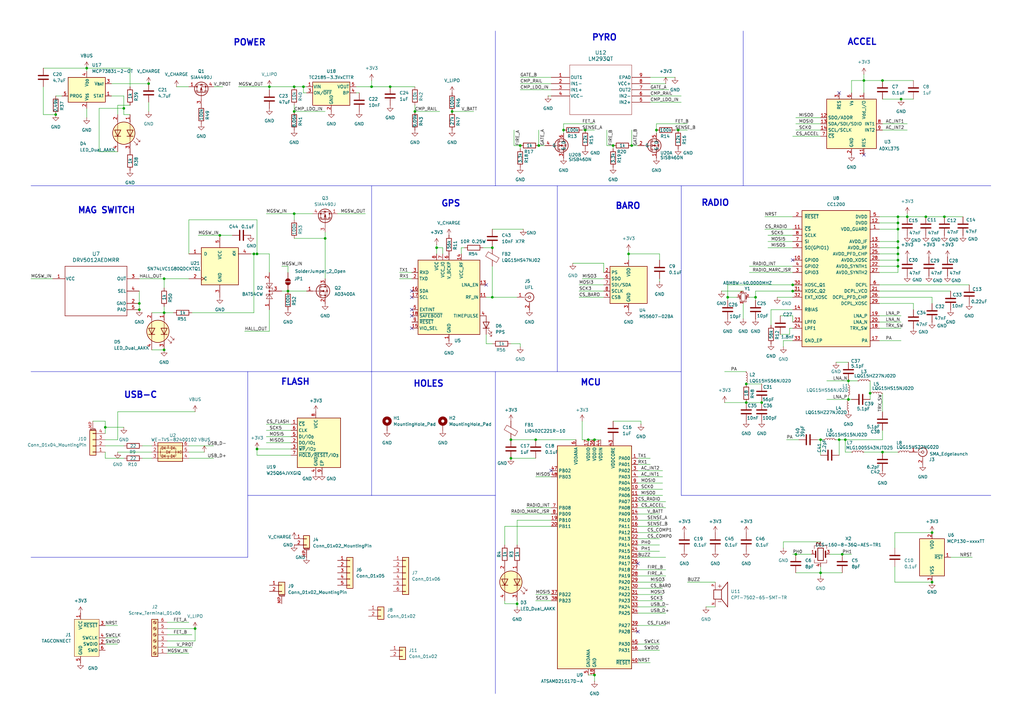
<source format=kicad_sch>
(kicad_sch (version 20250114) (generator "eeschema") (generator_version "9.0")
  (paper "A3")
  (text "FLASH" (at 121.158 156.718 0) (effects (font (size 2.54 2.54) (thickness 0.508) (bold yes))))
  (text "PYRO" (at 247.904 15.494 0) (effects (font (size 2.54 2.54) (thickness 0.508) (bold yes))))
  (text "MCU" (at 242.316 156.972 0) (effects (font (size 2.54 2.54) (thickness 0.508) (bold yes))))
  (text "GPS\n" (at 184.912 83.566 0) (effects (font (size 2.54 2.54) (thickness 0.508) (bold yes))))
  (text "USB-C\n" (at 57.658 162.052 0) (effects (font (size 2.54 2.54) (thickness 0.508) (bold yes))))
  (text "ACCEL\n" (at 353.568 17.272 0) (effects (font (size 2.54 2.54) (thickness 0.508) (bold yes))))
  (text "RADIO" (at 293.37 83.312 0) (effects (font (size 2.54 2.54) (thickness 0.508) (bold yes))))
  (text "BARO" (at 257.556 84.582 0) (effects (font (size 2.54 2.54) (thickness 0.508) (bold yes))))
  (text "MAG SWITCH" (at 43.688 86.36 0) (effects (font (size 2.54 2.54) (thickness 0.508) (bold yes))))
  (text "POWER\n" (at 102.362 17.526 0) (effects (font (size 2.54 2.54) (thickness 0.508) (bold yes))))
  (text "HOLES" (at 175.768 157.48 0) (effects (font (size 2.54 2.54) (thickness 0.508) (bold yes))))
  (junction (at 201.93 101.6))
  (junction (at 336.55 234.95))
  (junction (at 368.3 109.22))
  (junction (at 243.84 180.34))
  (junction (at 67.31 114.3))
  (junction (at 179.07 101.6))
  (junction (at 43.18 175.26))
  (junction (at 251.46 59.69))
  (junction (at 22.86 46.99))
  (junction (at 298.45 121.92))
  (junction (at 209.55 180.34))
  (junction (at 209.55 187.96))
  (junction (at 278.13 53.34))
  (junction (at 110.49 35.56))
  (junction (at 120.65 45.72))
  (junction (at 201.93 121.92))
  (junction (at 120.65 35.56))
  (junction (at 241.3 180.34))
  (junction (at 105.41 184.15))
  (junction (at 326.39 227.33))
  (junction (at 231.14 53.34))
  (junction (at 220.98 59.69))
  (junction (at 325.12 116.84))
  (junction (at 120.65 87.63))
  (junction (at 347.98 163.83))
  (junction (at 257.81 104.14))
  (junction (at 379.73 88.9))
  (junction (at 213.36 59.69))
  (junction (at 90.17 96.52))
  (junction (at 243.84 276.86))
  (junction (at 160.02 35.56))
  (junction (at 124.46 35.56))
  (junction (at 368.3 88.9))
  (junction (at 361.95 185.42))
  (junction (at 80.01 257.81))
  (junction (at 312.42 165.1))
  (junction (at 345.44 227.33))
  (junction (at 368.3 99.06))
  (junction (at 368.3 104.14))
  (junction (at 118.11 119.38))
  (junction (at 57.15 124.46))
  (junction (at 369.57 40.64))
  (junction (at 259.08 59.69))
  (junction (at 368.3 101.6))
  (junction (at 219.71 180.34))
  (junction (at 67.31 143.51))
  (junction (at 185.42 45.72))
  (junction (at 356.87 161.29))
  (junction (at 344.17 180.34))
  (junction (at 354.33 33.02))
  (junction (at 347.98 156.21))
  (junction (at 382.27 238.76))
  (junction (at 387.35 88.9))
  (junction (at 361.95 33.02))
  (junction (at 368.3 106.68))
  (junction (at 372.11 88.9))
  (junction (at 50.8 44.45))
  (junction (at 382.27 218.44))
  (junction (at 240.03 53.34))
  (junction (at 105.41 104.14))
  (junction (at 212.09 247.65))
  (junction (at 309.88 121.92))
  (junction (at 60.96 34.29))
  (junction (at 133.35 97.79))
  (junction (at 104.14 104.14))
  (junction (at 368.3 93.98))
  (junction (at 35.56 27.94))
  (junction (at 67.31 128.27))
  (junction (at 306.07 165.1))
  (junction (at 269.24 53.34))
  (junction (at 57.15 127))
  (junction (at 306.07 157.48))
  (junction (at 368.3 91.44))
  (junction (at 170.18 45.72))
  (junction (at 346.71 180.34))
  (junction (at 336.55 180.34))
  (junction (at 152.4 35.56))
  (junction (at 325.12 119.38))
  (no_connect (at 199.39 116.84))
  (no_connect (at 168.91 127))
  (no_connect (at 168.91 121.92))
  (no_connect (at 344.17 38.1))
  (no_connect (at 226.06 193.04))
  (no_connect (at 354.33 63.5))
  (no_connect (at 168.91 119.38))
  (no_connect (at 325.12 106.68))
  (no_connect (at 168.91 129.54))
  (no_connect (at 168.91 134.62))
  (no_connect (at 261.62 259.08))
  (no_connect (at 261.62 231.14))
  (wire (pts (xy 207.01 223.52) (xy 207.01 215.9)))
  (wire (pts (xy 35.56 27.94) (xy 35.56 29.21)))
  (wire (pts (xy 57.15 119.38) (xy 57.15 124.46)))
  (wire (pts (xy 306.07 165.1) (xy 312.42 165.1)))
  (wire (pts (xy 125.73 38.1) (xy 124.46 38.1)))
  (wire (pts (xy 57.15 114.3) (xy 67.31 114.3)))
  (wire (pts (xy 261.62 264.16) (xy 270.51 264.16)))
  (wire (pts (xy 321.31 222.25) (xy 321.31 224.79)))
  (wire (pts (xy 199.39 121.92) (xy 201.93 121.92)))
  (wire (pts (xy 261.62 208.28) (xy 273.05 208.28)))
  (wire (pts (xy 342.9 148.59) (xy 347.98 148.59)))
  (wire (pts (xy 346.71 180.34) (xy 361.95 180.34)))
  (wire (pts (xy 360.68 106.68) (xy 368.3 106.68)))
  (wire (pts (xy 321.31 222.25) (xy 336.55 222.25)))
  (wire (pts (xy 261.62 195.58) (xy 271.78 195.58)))
  (wire (pts (xy 50.8 39.37) (xy 50.8 44.45)))
  (wire (pts (xy 259.08 53.34) (xy 259.08 59.69)))
  (wire (pts (xy 368.3 111.76) (xy 368.3 109.22)))
  (wire (pts (xy 48.26 43.18) (xy 48.26 46.99)))
  (wire (pts (xy 347.98 156.21) (xy 351.79 156.21)))
  (wire (pts (xy 68.58 262.89) (xy 80.01 262.89)))
  (wire (pts (xy 276.86 53.34) (xy 278.13 53.34)))
  (wire (pts (xy 360.68 139.7) (xy 369.57 139.7)))
  (wire (pts (xy 339.09 156.21) (xy 347.98 156.21)))
  (wire (pts (xy 212.09 247.65) (xy 212.09 248.92)))
  (wire (pts (xy 266.7 36.83) (xy 274.32 36.83)))
  (wire (pts (xy 53.34 27.94) (xy 35.56 27.94)))
  (wire (pts (xy 189.23 101.6) (xy 190.5 101.6)))
  (wire (pts (xy 212.09 121.92) (xy 201.93 121.92)))
  (wire (pts (xy 325.12 127) (xy 316.23 127)))
  (wire (pts (xy 105.41 184.15) (xy 119.38 184.15)))
  (wire (pts (xy 120.65 97.79) (xy 133.35 97.79)))
  (wire (pts (xy 115.57 109.22) (xy 118.11 109.22)))
  (wire (pts (xy 368.3 88.9) (xy 372.11 88.9)))
  (wire (pts (xy 45.72 34.29) (xy 60.96 34.29)))
  (wire (pts (xy 100.33 135.89) (xy 110.49 135.89)))
  (wire (pts (xy 361.95 40.64) (xy 369.57 40.64)))
  (wire (pts (xy 50.8 187.96) (xy 43.18 187.96)))
  (wire (pts (xy 261.62 218.44) (xy 270.51 218.44)))
  (wire (pts (xy 289.56 248.92) (xy 293.37 248.92)))
  (wire (pts (xy 209.55 210.82) (xy 226.06 210.82)))
  (wire (pts (xy 68.58 257.81) (xy 80.01 257.81)))
  (wire (pts (xy 257.81 104.14) (xy 257.81 106.68)))
  (wire (pts (xy 261.62 271.78) (xy 266.7 271.78)))
  (wire (pts (xy 323.85 134.62) (xy 323.85 137.16)))
  (wire (pts (xy 201.93 109.22) (xy 201.93 121.92)))
  (wire (pts (xy 43.18 182.88) (xy 50.8 182.88)))
  (wire (pts (xy 119.38 186.69) (xy 105.41 186.69)))
  (wire (pts (xy 326.39 50.8) (xy 336.55 50.8)))
  (wire (pts (xy 170.18 43.18) (xy 170.18 45.72)))
  (wire (pts (xy 374.65 124.46) (xy 374.65 127)))
  (wire (pts (xy 298.45 121.92) (xy 302.26 121.92)))
  (wire (pts (xy 124.46 38.1) (xy 124.46 35.56)))
  (wire (pts (xy 266.7 31.75) (xy 276.86 31.75)))
  (wire (pts (xy 77.47 267.97) (xy 68.58 267.97)))
  (wire (pts (xy 354.33 30.48) (xy 354.33 33.02)))
  (wire (pts (xy 360.68 111.76) (xy 368.3 111.76)))
  (polyline (pts (xy 152.4 203.2) (xy 203.2 203.2)))
  (wire (pts (xy 105.41 104.14) (xy 110.49 104.14)))
  (wire (pts (xy 220.98 59.69) (xy 223.52 59.69)))
  (wire (pts (xy 181.61 104.14) (xy 181.61 101.6)))
  (wire (pts (xy 213.36 140.97) (xy 213.36 142.24)))
  (wire (pts (xy 231.14 53.34) (xy 231.14 50.8)))
  (wire (pts (xy 185.42 45.72) (xy 194.31 45.72)))
  (wire (pts (xy 281.94 238.76) (xy 293.37 238.76)))
  (wire (pts (xy 110.49 35.56) (xy 120.65 35.56)))
  (wire (pts (xy 48.26 168.91) (xy 48.26 180.34)))
  (wire (pts (xy 43.18 172.72) (xy 43.18 175.26)))
  (wire (pts (xy 360.68 104.14) (xy 368.3 104.14)))
  (wire (pts (xy 109.22 173.99) (xy 119.38 173.99)))
  (wire (pts (xy 360.68 119.38) (xy 389.89 119.38)))
  (wire (pts (xy 219.71 243.84) (xy 226.06 243.84)))
  (wire (pts (xy 67.31 114.3) (xy 77.47 114.3)))
  (wire (pts (xy 325.12 129.54) (xy 320.04 129.54)))
  (wire (pts (xy 38.1 172.72) (xy 43.18 172.72)))
  (wire (pts (xy 360.68 129.54) (xy 369.57 129.54)))
  (wire (pts (xy 318.77 121.92) (xy 325.12 121.92)))
  (wire (pts (xy 262.89 172.72) (xy 262.89 173.99)))
  (wire (pts (xy 261.62 251.46) (xy 273.05 251.46)))
  (wire (pts (xy 104.14 128.27) (xy 104.14 104.14)))
  (wire (pts (xy 327.66 116.84) (xy 325.12 116.84)))
  (wire (pts (xy 22.86 39.37) (xy 25.4 39.37)))
  (wire (pts (xy 179.07 101.6) (xy 179.07 104.14)))
  (wire (pts (xy 297.18 152.4) (xy 306.07 152.4)))
  (wire (pts (xy 109.22 176.53) (xy 119.38 176.53)))
  (wire (pts (xy 344.17 180.34) (xy 344.17 186.69)))
  (wire (pts (xy 314.96 99.06) (xy 325.12 99.06)))
  (polyline (pts (xy 152.4 76.2) (xy 152.4 152.4)))
  (wire (pts (xy 269.24 54.61) (xy 269.24 53.34)))
  (wire (pts (xy 212.09 246.38) (xy 212.09 247.65)))
  (wire (pts (xy 340.36 227.33) (xy 345.44 227.33)))
  (wire (pts (xy 248.92 59.69) (xy 251.46 59.69)))
  (wire (pts (xy 181.61 101.6) (xy 179.07 101.6)))
  (wire (pts (xy 360.68 93.98) (xy 368.3 93.98)))
  (wire (pts (xy 247.65 111.76) (xy 247.65 107.95)))
  (wire (pts (xy 231.14 54.61) (xy 231.14 53.34)))
  (wire (pts (xy 87.63 35.56) (xy 91.44 35.56)))
  (wire (pts (xy 207.01 247.65) (xy 212.09 247.65)))
  (wire (pts (xy 133.35 95.25) (xy 133.35 97.79)))
  (wire (pts (xy 251.46 59.69) (xy 251.46 60.96)))
  (wire (pts (xy 307.34 111.76) (xy 325.12 111.76)))
  (wire (pts (xy 207.01 246.38) (xy 207.01 247.65)))
  (wire (pts (xy 160.02 35.56) (xy 170.18 35.56)))
  (wire (pts (xy 369.57 40.64) (xy 374.65 40.64)))
  (wire (pts (xy 241.3 276.86) (xy 243.84 276.86)))
  (wire (pts (xy 261.62 210.82) (xy 270.51 210.82)))
  (wire (pts (xy 261.62 220.98) (xy 270.51 220.98)))
  (wire (pts (xy 226.06 213.36) (xy 212.09 213.36)))
  (wire (pts (xy 326.39 53.34) (xy 336.55 53.34)))
  (wire (pts (xy 382.27 218.44) (xy 367.03 218.44)))
  (wire (pts (xy 309.88 121.92) (xy 309.88 123.19)))
  (wire (pts (xy 67.31 125.73) (xy 67.31 128.27)))
  (wire (pts (xy 212.09 213.36) (xy 212.09 223.52)))
  (wire (pts (xy 360.68 124.46) (xy 374.65 124.46)))
  (wire (pts (xy 163.83 114.3) (xy 168.91 114.3)))
  (wire (pts (xy 349.25 33.02) (xy 354.33 33.02)))
  (wire (pts (xy 80.01 262.89) (xy 80.01 257.81)))
  (wire (pts (xy 309.88 119.38) (xy 309.88 121.92)))
  (wire (pts (xy 102.87 104.14) (xy 104.14 104.14)))
  (wire (pts (xy 60.96 41.91) (xy 60.96 45.72)))
  (wire (pts (xy 147.32 38.1) (xy 146.05 38.1)))
  (wire (pts (xy 266.7 34.29) (xy 273.05 34.29)))
  (wire (pts (xy 43.18 175.26) (xy 43.18 177.8)))
  (wire (pts (xy 261.62 215.9) (xy 270.51 215.9)))
  (wire (pts (xy 261.62 200.66) (xy 271.78 200.66)))
  (wire (pts (xy 326.39 234.95) (xy 336.55 234.95)))
  (wire (pts (xy 247.65 107.95) (xy 234.95 107.95)))
  (wire (pts (xy 238.76 114.3) (xy 247.65 114.3)))
  (wire (pts (xy 77.47 182.88) (xy 87.63 182.88)))
  (wire (pts (xy 120.65 45.72) (xy 133.35 45.72)))
  (wire (pts (xy 367.03 232.41) (xy 367.03 238.76)))
  (wire (pts (xy 138.43 87.63) (xy 149.86 87.63)))
  (polyline (pts (xy 228.6 76.2) (xy 228.6 152.4)))
  (wire (pts (xy 17.78 46.99) (xy 22.86 46.99)))
  (wire (pts (xy 152.4 35.56) (xy 160.02 35.56)))
  (wire (pts (xy 90.17 96.52) (xy 81.28 96.52)))
  (wire (pts (xy 344.17 180.34) (xy 346.71 180.34)))
  (wire (pts (xy 71.12 128.27) (xy 67.31 128.27)))
  (wire (pts (xy 295.91 119.38) (xy 304.8 119.38)))
  (wire (pts (xy 238.76 53.34) (xy 240.03 53.34)))
  (wire (pts (xy 53.34 27.94) (xy 53.34 35.56)))
  (wire (pts (xy 346.71 185.42) (xy 346.71 180.34)))
  (wire (pts (xy 199.39 140.97) (xy 199.39 137.16)))
  (wire (pts (xy 213.36 59.69) (xy 213.36 60.96)))
  (wire (pts (xy 325.12 132.08) (xy 325.12 129.54)))
  (wire (pts (xy 261.62 193.04) (xy 271.78 193.04)))
  (wire (pts (xy 372.11 87.63) (xy 372.11 88.9)))
  (wire (pts (xy 261.62 223.52) (xy 270.51 223.52)))
  (wire (pts (xy 251.46 172.72) (xy 262.89 172.72)))
  (wire (pts (xy 189.23 104.14) (xy 189.23 101.6)))
  (wire (pts (xy 336.55 234.95) (xy 336.55 236.22)))
  (wire (pts (xy 261.62 236.22) (xy 273.05 236.22)))
  (wire (pts (xy 97.79 35.56) (xy 110.49 35.56)))
  (wire (pts (xy 349.25 38.1) (xy 349.25 33.02)))
  (wire (pts (xy 248.92 53.34) (xy 248.92 59.69)))
  (wire (pts (xy 210.82 59.69) (xy 213.36 59.69)))
  (wire (pts (xy 297.18 165.1) (xy 306.07 165.1)))
  (wire (pts (xy 110.49 127) (xy 110.49 135.89)))
  (wire (pts (xy 360.68 88.9) (xy 368.3 88.9)))
  (wire (pts (xy 124.46 35.56) (xy 125.73 35.56)))
  (polyline (pts (xy 12.7 76.2) (xy 203.2 76.2)))
  (wire (pts (xy 237.49 119.38) (xy 247.65 119.38)))
  (wire (pts (xy 356.87 161.29) (xy 356.87 163.83)))
  (wire (pts (xy 105.41 104.14) (xy 105.41 90.17)))
  (wire (pts (xy 219.71 195.58) (xy 226.06 195.58)))
  (wire (pts (xy 43.18 187.96) (xy 43.18 185.42)))
  (wire (pts (xy 270.51 115.57) (xy 270.51 114.3)))
  (wire (pts (xy 270.51 104.14) (xy 270.51 106.68)))
  (wire (pts (xy 152.4 33.02) (xy 152.4 35.56)))
  (wire (pts (xy 313.69 88.9) (xy 325.12 88.9)))
  (wire (pts (xy 62.23 128.27) (xy 67.31 128.27)))
  (wire (pts (xy 261.62 256.54) (xy 273.05 256.54)))
  (wire (pts (xy 243.84 276.86) (xy 243.84 279.4)))
  (wire (pts (xy 261.62 241.3) (xy 271.78 241.3)))
  (wire (pts (xy 43.18 261.62) (xy 48.26 261.62)))
  (wire (pts (xy 40.64 44.45) (xy 50.8 44.45)))
  (wire (pts (xy 17.78 27.94) (xy 35.56 27.94)))
  (wire (pts (xy 240.03 53.34) (xy 243.84 53.34)))
  (wire (pts (xy 48.26 168.91) (xy 80.01 168.91)))
  (wire (pts (xy 77.47 187.96) (xy 87.63 187.96)))
  (wire (pts (xy 368.3 88.9) (xy 368.3 91.44)))
  (wire (pts (xy 21.59 114.3) (xy 12.7 114.3)))
  (wire (pts (xy 347.98 162.56) (xy 347.98 163.83)))
  (wire (pts (xy 109.22 87.63) (xy 120.65 87.63)))
  (wire (pts (xy 261.62 205.74) (xy 273.05 205.74)))
  (wire (pts (xy 307.34 121.92) (xy 309.88 121.92)))
  (wire (pts (xy 349.25 185.42) (xy 346.71 185.42)))
  (wire (pts (xy 110.49 111.76) (xy 110.49 104.14)))
  (wire (pts (xy 368.3 104.14) (xy 368.3 101.6)))
  (wire (pts (xy 213.36 36.83) (xy 226.06 36.83)))
  (wire (pts (xy 146.05 35.56) (xy 152.4 35.56)))
  (wire (pts (xy 198.12 101.6) (xy 201.93 101.6)))
  (wire (pts (xy 90.17 96.52) (xy 95.25 96.52)))
  (wire (pts (xy 261.62 187.96) (xy 266.7 187.96)))
  (wire (pts (xy 120.65 87.63) (xy 120.65 90.17)))
  (wire (pts (xy 210.82 53.34) (xy 210.82 59.69)))
  (wire (pts (xy 314.96 101.6) (xy 325.12 101.6)))
  (wire (pts (xy 215.9 208.28) (xy 226.06 208.28)))
  (wire (pts (xy 361.95 176.53) (xy 361.95 180.34)))
  (wire (pts (xy 133.35 97.79) (xy 133.35 114.3)))
  (wire (pts (xy 201.93 140.97) (xy 199.39 140.97)))
  (wire (pts (xy 382.27 121.92) (xy 382.27 124.46)))
  (wire (pts (xy 389.89 228.6) (xy 398.78 228.6)))
  (wire (pts (xy 224.79 39.37) (xy 226.06 39.37)))
  (wire (pts (xy 347.98 163.83) (xy 349.25 163.83)))
  (wire (pts (xy 179.07 100.33) (xy 179.07 101.6)))
  (wire (pts (xy 367.03 218.44) (xy 367.03 224.79)))
  (wire (pts (xy 77.47 90.17) (xy 77.47 104.14)))
  (wire (pts (xy 68.58 260.35) (xy 78.74 260.35)))
  (wire (pts (xy 115.57 119.38) (xy 118.11 119.38)))
  (wire (pts (xy 104.14 104.14) (xy 105.41 104.14)))
  (wire (pts (xy 387.35 88.9) (xy 394.97 88.9)))
  (wire (pts (xy 326.39 48.26) (xy 336.55 48.26)))
  (wire (pts (xy 360.68 101.6) (xy 368.3 101.6)))
  (wire (pts (xy 58.42 182.88) (xy 62.23 182.88)))
  (wire (pts (xy 237.49 116.84) (xy 247.65 116.84)))
  (wire (pts (xy 257.81 104.14) (xy 270.51 104.14)))
  (wire (pts (xy 368.3 109.22) (xy 368.3 106.68)))
  (wire (pts (xy 238.76 172.72) (xy 238.76 180.34)))
  (wire (pts (xy 261.62 246.38) (xy 271.78 246.38)))
  (polyline (pts (xy 203.2 76.2) (xy 304.8 76.2)))
  (wire (pts (xy 109.22 179.07) (xy 119.38 179.07)))
  (wire (pts (xy 368.3 91.44) (xy 360.68 91.44)))
  (wire (pts (xy 209.55 187.96) (xy 219.71 187.96)))
  (wire (pts (xy 336.55 180.34) (xy 335.28 180.34)))
  (wire (pts (xy 367.03 238.76) (xy 382.27 238.76)))
  (wire (pts (xy 345.44 227.33) (xy 349.25 227.33)))
  (polyline (pts (xy 203.2 12.7) (xy 203.2 76.2)))
  (wire (pts (xy 231.14 50.8) (xy 243.84 50.8)))
  (wire (pts (xy 237.49 121.92) (xy 247.65 121.92)))
  (wire (pts (xy 209.55 180.34) (xy 219.71 180.34)))
  (wire (pts (xy 261.62 248.92) (xy 273.05 248.92)))
  (wire (pts (xy 201.93 93.98) (xy 214.63 93.98)))
  (wire (pts (xy 257.81 102.87) (xy 257.81 104.14)))
  (wire (pts (xy 361.95 161.29) (xy 361.95 168.91)))
  (wire (pts (xy 326.39 227.33) (xy 332.74 227.33)))
  (wire (pts (xy 278.13 53.34) (xy 281.94 53.34)))
  (wire (pts (xy 304.8 124.46) (xy 304.8 130.81)))
  (wire (pts (xy 360.68 99.06) (xy 368.3 99.06)))
  (wire (pts (xy 105.41 90.17) (xy 77.47 90.17)))
  (wire (pts (xy 372.11 88.9) (xy 379.73 88.9)))
  (wire (pts (xy 118.11 111.76) (xy 118.11 109.22)))
  (polyline (pts (xy 279.4 203.2) (xy 406.4 203.2)))
  (wire (pts (xy 322.58 180.34) (xy 327.66 180.34)))
  (wire (pts (xy 77.47 35.56) (xy 72.39 35.56)))
  (wire (pts (xy 219.71 180.34) (xy 236.22 180.34)))
  (wire (pts (xy 360.68 134.62) (xy 369.57 134.62)))
  (wire (pts (xy 50.8 44.45) (xy 50.8 46.99)))
  (wire (pts (xy 269.24 53.34) (xy 269.24 50.8)))
  (wire (pts (xy 109.22 181.61) (xy 119.38 181.61)))
  (wire (pts (xy 50.8 175.26) (xy 43.18 175.26)))
  (wire (pts (xy 68.58 255.27) (xy 77.47 255.27)))
  (polyline (pts (xy 228.6 152.4) (xy 279.4 152.4)))
  (wire (pts (xy 261.62 226.06) (xy 270.51 226.06)))
  (wire (pts (xy 368.3 99.06) (xy 368.3 93.98)))
  (wire (pts (xy 261.62 198.12) (xy 271.78 198.12)))
  (wire (pts (xy 57.15 124.46) (xy 57.15 127)))
  (wire (pts (xy 170.18 45.72) (xy 180.34 45.72)))
  (wire (pts (xy 118.11 119.38) (xy 125.73 119.38)))
  (wire (pts (xy 307.34 109.22) (xy 325.12 109.22)))
  (wire (pts (xy 325.12 119.38) (xy 309.88 119.38)))
  (wire (pts (xy 209.55 140.97) (xy 213.36 140.97)))
  (polyline (pts (xy 228.6 152.4) (xy 152.4 152.4)))
  (wire (pts (xy 220.98 53.34) (xy 220.98 59.69)))
  (polyline (pts (xy 279.4 76.2) (xy 279.4 203.2)))
  (polyline (pts (xy 101.6 152.4) (xy 101.6 228.6)))
  (wire (pts (xy 261.62 266.7) (xy 270.51 266.7)))
  (wire (pts (xy 261.62 203.2) (xy 271.78 203.2)))
  (wire (pts (xy 213.36 31.75) (xy 226.06 31.75)))
  (wire (pts (xy 266.7 39.37) (xy 279.4 39.37)))
  (wire (pts (xy 35.56 48.26) (xy 35.56 44.45)))
  (wire (pts (xy 368.3 101.6) (xy 368.3 99.06)))
  (wire (pts (xy 314.96 96.52) (xy 325.12 96.52)))
  (wire (pts (xy 336.55 180.34) (xy 336.55 186.69)))
  (wire (pts (xy 261.62 238.76) (xy 271.78 238.76)))
  (polyline (pts (xy 101.6 203.2) (xy 152.4 203.2)))
  (wire (pts (xy 361.95 53.34) (xy 372.11 53.34)))
  (wire (pts (xy 67.31 118.11) (xy 67.31 114.3)))
  (wire (pts (xy 298.45 116.84) (xy 298.45 121.92)))
  (wire (pts (xy 356.87 156.21) (xy 356.87 161.29)))
  (wire (pts (xy 68.58 265.43) (xy 78.74 265.43)))
  (wire (pts (xy 259.08 59.69) (xy 261.62 59.69)))
  (wire (pts (xy 50.8 46.99) (xy 53.34 46.99)))
  (wire (pts (xy 207.01 215.9) (xy 226.06 215.9)))
  (wire (pts (xy 325.12 134.62) (xy 323.85 134.62)))
  (wire (pts (xy 325.12 116.84) (xy 298.45 116.84)))
  (wire (pts (xy 120.65 43.18) (xy 120.65 45.72)))
  (wire (pts (xy 105.41 186.69) (xy 105.41 184.15)))
  (wire (pts (xy 361.95 33.02) (xy 374.65 33.02)))
  (wire (pts (xy 43.18 256.54) (xy 48.26 256.54)))
  (wire (pts (xy 266.7 41.91) (xy 279.4 41.91)))
  (polyline (pts (xy 12.7 152.4) (xy 152.4 152.4)))
  (wire (pts (xy 45.72 39.37) (xy 50.8 39.37)))
  (wire (pts (xy 325.12 139.7) (xy 321.31 139.7)))
  (wire (pts (xy 361.95 185.42) (xy 368.3 185.42)))
  (wire (pts (xy 48.26 62.23) (xy 40.64 62.23)))
  (wire (pts (xy 360.68 132.08) (xy 369.57 132.08)))
  (wire (pts (xy 360.68 116.84) (xy 397.51 116.84)))
  (wire (pts (xy 261.62 213.36) (xy 270.51 213.36)))
  (wire (pts (xy 261.62 243.84) (xy 271.78 243.84)))
  (wire (pts (xy 361.95 50.8) (xy 372.11 50.8)))
  (wire (pts (xy 241.3 180.34) (xy 243.84 180.34)))
  (wire (pts (xy 360.68 121.92) (xy 382.27 121.92)))
  (wire (pts (xy 238.76 180.34) (xy 241.3 180.34)))
  (wire (pts (xy 243.84 180.34) (xy 246.38 180.34)))
  (wire (pts (xy 17.78 35.56) (xy 17.78 46.99)))
  (wire (pts (xy 261.62 228.6) (xy 273.05 228.6)))
  (wire (pts (xy 261.62 190.5) (xy 266.7 190.5)))
  (wire (pts (xy 62.23 143.51) (xy 67.31 143.51)))
  (wire (pts (xy 219.71 246.38) (xy 226.06 246.38)))
  (wire (pts (xy 323.85 137.16) (xy 320.04 137.16)))
  (wire (pts (xy 306.07 157.48) (xy 312.42 157.48)))
  (wire (pts (xy 354.33 185.42) (xy 361.95 185.42)))
  (wire (pts (xy 120.65 87.63) (xy 128.27 87.63)))
  (wire (pts (xy 53.34 43.18) (xy 48.26 43.18)))
  (wire (pts (xy 327.66 119.38) (xy 325.12 119.38)))
  (wire (pts (xy 368.3 91.44) (xy 368.3 93.98)))
  (wire (pts (xy 213.36 34.29) (xy 226.06 34.29)))
  (polyline (pts (xy 152.4 152.4) (xy 152.4 203.2)))
  (polyline (pts (xy 203.2 152.4) (xy 203.2 284.48)))
  (wire (pts (xy 77.47 185.42) (xy 83.82 185.42)))
  (wire (pts (xy 360.68 109.22) (xy 368.3 109.22)))
  (wire (pts (xy 368.3 106.68) (xy 368.3 104.14)))
  (wire (pts (xy 336.55 232.41) (xy 336.55 234.95)))
  (wire (pts (xy 120.65 35.56) (xy 124.46 35.56)))
  (wire (pts (xy 339.09 163.83) (xy 347.98 163.83)))
  (wire (pts (xy 347.98 156.21) (xy 347.98 157.48)))
  (wire (pts (xy 316.23 127) (xy 316.23 133.35)))
  (wire (pts (xy 342.9 180.34) (xy 344.17 180.34)))
  (wire (pts (xy 379.73 88.9) (xy 387.35 88.9)))
  (wire (pts (xy 78.74 128.27) (xy 104.14 128.27)))
  (wire (pts (xy 354.33 33.02) (xy 361.95 33.02)))
  (wire (pts (xy 43.18 264.16) (xy 48.26 264.16)))
  (wire (pts (xy 354.33 33.02) (xy 354.33 38.1)))
  (wire (pts (xy 313.69 93.98) (xy 325.12 93.98)))
  (wire (pts (xy 261.62 233.68) (xy 273.05 233.68)))
  (wire (pts (xy 163.83 111.76) (xy 168.91 111.76)))
  (wire (pts (xy 336.55 234.95) (xy 345.44 234.95)))
  (wire (pts (xy 62.23 185.42) (xy 48.26 185.42)))
  (wire (pts (xy 40.64 62.23) (xy 40.64 44.45)))
  (wire (pts (xy 337.82 180.34) (xy 336.55 180.34)))
  (polyline (pts (xy 304.8 76.2) (xy 406.4 76.2)))
  (wire (pts (xy 110.49 35.56) (xy 110.49 36.83)))
  (wire (pts (xy 269.24 50.8) (xy 281.94 50.8)))
  (wire (pts (xy 43.18 180.34) (xy 48.26 180.34)))
  (wire (pts (xy 58.42 187.96) (xy 62.23 187.96)))
  (wire (pts (xy 325.12 227.33) (xy 326.39 227.33)))
  (wire (pts (xy 321.31 139.7) (xy 321.31 142.24)))
  (polyline (pts (xy 304.8 12.7) (xy 304.8 76.2)))
  (wire (pts (xy 325.12 55.88) (xy 336.55 55.88)))
  (wire (pts (xy 298.45 123.19) (xy 298.45 121.92)))
  (polyline (pts (xy 12.7 228.6) (xy 101.6 228.6)))
  (label "SWDIO" (at 264.16 266.7 0))
  (label "BUZZ" (at 281.94 238.76 0))
  (label "MISO5" (at 316.23 101.6 0))
  (label "CS_FLASH" (at 109.22 173.99 0))
  (label "SENSE_A" (at 238.76 53.34 0))
  (label "MGSW_IN" (at 115.57 109.22 0))
  (label "MOSI5" (at 316.23 99.06 0))
  (label "FET_A" (at 71.12 255.27 0))
  (label "V_BATT" (at 189.23 45.72 0))
  (label "SCK3" (at 266.7 246.38 0))
  (label "MISO5" (at 110.49 181.61 0))
  (label "SENSE_B" (at 265.43 215.9 0))
  (label "SENSE_A" (at 265.43 213.36 0))
  (label "RX1" (at 261.62 190.5 0))
  (label "TX1" (at 163.83 111.76 0))
  (label "MOSI0" (at 262.89 198.12 0))
  (label "SWCLK" (at 264.16 264.16 0))
  (label "NRST" (at 43.18 256.54 0))
  (label "SCK5" (at 316.23 96.52 0))
  (label "USB_D-" (at 266.7 248.92 0))
  (label "SCK5" (at 219.71 246.38 0))
  (label "USB_D-" (at 85.09 182.88 0))
  (label "RX1" (at 163.83 114.3 0))
  (label "LNA_N" (at 363.22 132.08 0))
  (label "MGSW_IN" (at 109.22 87.63 0))
  (label "CS_ACCEL" (at 326.39 55.88 0))
  (label "SWCLK" (at 43.18 261.62 0))
  (label "CS_BARO" (at 237.49 121.92 0))
  (label "FIRE_B" (at 251.46 59.69 90))
  (label "TRX_SW" (at 361.95 168.91 90))
  (label "FIRE_A" (at 265.43 236.22 0))
  (label "SCK3" (at 237.49 119.38 0))
  (label "NRST" (at 393.7 228.6 0))
  (label "FET_A" (at 238.76 50.8 0))
  (label "MOSI0" (at 327.66 50.8 0))
  (label "CMP_RAIL" (at 170.18 45.72 0))
  (label "MGSW_OUT" (at 139.7 87.63 0))
  (label "PH1" (at 262.89 226.06 0))
  (label "MGSW_IN" (at 12.7 114.3 0))
  (label "PH1" (at 345.44 227.33 0))
  (label "USB_D+" (at 266.7 251.46 0))
  (label "CMP_LDO_IN" (at 266.7 41.91 0))
  (label "MGSW_OUT" (at 97.79 35.56 0))
  (label "V_PROT" (at 87.63 35.56 0))
  (label "RADIO_MARC_ISR" (at 308.61 111.76 0))
  (label "CS_COMP0" (at 265.43 220.98 0))
  (label "PA" (at 322.58 180.34 0))
  (label "USB_D+" (at 85.09 187.96 0))
  (label "LNA_N" (at 341.63 156.21 0))
  (label "LNA_P" (at 363.22 129.54 0))
  (label "CS_RADIO" (at 313.69 93.98 0))
  (label "FET_B" (at 276.86 50.8 0))
  (label "CMP_RAIL" (at 213.36 34.29 0))
  (label "HALL_OUT" (at 57.15 114.3 0))
  (label "LNA_P" (at 341.63 163.83 0))
  (label "CS_COMP1" (at 265.43 218.44 0))
  (label "RADIO_INT" (at 215.9 208.28 0))
  (label "MISO0" (at 262.89 203.2 0))
  (label "V_PROT" (at 72.39 265.43 0))
  (label "MISO3" (at 266.7 238.76 0))
  (label "MISO3" (at 238.76 114.3 0))
  (label "PH0" (at 262.89 223.52 0))
  (label "FET_B" (at 71.12 260.35 0))
  (label "GATE_A" (at 223.52 59.69 90))
  (label "V_BATT" (at 265.43 210.82 0))
  (label "RADIO_INT" (at 308.61 109.22 0))
  (label "SCK5" (at 110.49 176.53 0))
  (label "TRX_SW" (at 363.22 134.62 0))
  (label "RADIO_MARC_ISR" (at 209.55 210.82 0))
  (label "BUZZ" (at 261.62 228.6 0))
  (label "PA" (at 363.22 139.7 0))
  (label "SWDIO" (at 43.18 264.16 0))
  (label "TX1" (at 261.62 187.96 0))
  (label "FIRE_B" (at 265.43 233.68 0))
  (label "CMP_LDO_IN" (at 120.65 45.72 0))
  (label "MOSI5" (at 219.71 243.84 0))
  (label "CMP_RAIL" (at 266.7 39.37 0))
  (label "HALL_OUT" (at 100.33 135.89 0))
  (label "MOSI3" (at 266.7 243.84 0))
  (label "MGSW_IN" (at 68.58 267.97 0))
  (label "AC_INT2" (at 363.22 53.34 0))
  (label "NRST" (at 261.62 271.78 0))
  (label "GATE_B" (at 213.36 31.75 0))
  (label "NRST" (at 313.69 88.9 0))
  (label "CMP_LDO_IN" (at 213.36 36.83 0))
  (label "CS_ACCEL" (at 262.89 208.28 0))
  (label "CS_BARO" (at 266.7 241.3 0))
  (label "AC_INT2" (at 262.89 193.04 0))
  (label "FIRE_A" (at 213.36 59.69 90))
  (label "SCK0" (at 262.89 200.66 0))
  (label "SCK0" (at 327.66 53.34 0))
  (label "CS_FLASH" (at 265.43 256.54 0))
  (label "PH0" (at 325.12 227.33 0))
  (label "GATE_B" (at 261.62 59.69 90))
  (label "PA" (at 299.72 152.4 0))
  (label "MOSI3" (at 237.49 116.84 0))
  (label "MISO5" (at 219.71 195.58 0))
  (label "CS_RADIO" (at 261.62 205.74 0))
  (label "MISO0" (at 327.66 48.26 0))
  (label "MGSW_IN" (at 81.28 96.52 0))
  (label "GATE_A" (at 266.7 36.83 0))
  (label "AC_INT1" (at 262.89 195.58 0))
  (label "SENSE_B" (at 276.86 53.34 0))
  (label "MOSI5" (at 110.49 179.07 0))
  (label "AC_INT1" (at 363.22 50.8 0))
  (symbol (lib_id "Device:C") (at 345.44 231.14 180) (unit 1)
    (property "Reference" "C5" (at 349.25 229.8699 0) (effects (justify right)))
    (property "Value" "8pF" (at 349.25 232.4099 0) (effects (justify right)))
    (property "Footprint" "Capacitor_SMD:C_0402_1005Metric" (effects (hide yes)))
    (property "Description" "Unpolarized capacitor" (effects (hide yes)))
  )
  (symbol (lib_id "power:+3V3") (at 209.55 172.72 0) (unit 1)
    (property "Reference" "#PWR048" (effects (hide yes)))
    (property "Value" "+3V3" (at 209.55 168.148 0))
    (property "Description" "Power symbol creates a global label with name \"+3V3\"" (effects (hide yes)))
  )
  (symbol (lib_id "Connector:Screw_Terminal_01x06") (at 63.5 262.89 180) (unit 1)
    (property "Reference" "J2" (at 63.5 248.92 0))
    (property "Value" "Screw_Terminal_01x06" (at 63.5 251.46 0))
    (property "Description" "Generic screw terminal, single row, 01x06, script generated (kicad-library-utils/schlib/autogen/connector/)" (effects (hide yes)))
  )
  (symbol (lib_id "power:VDD") (at 60.96 34.29 0) (unit 1)
    (property "Reference" "#PWR085" (effects (hide yes)))
    (property "Value" "V_CHARGE" (at 60.96 29.21 0))
    (property "Description" "Power symbol creates a global label with name \"VDD\"" (effects (hide yes)))
  )
  (symbol (lib_id "power:GND") (at 388.62 113.03 0) (unit 1)
    (property "Reference" "#PWR0105" (effects (hide yes)))
    (property "Value" "GND" (at 392.176 115.062 0))
    (property "Description" "Power symbol creates a global label with name \"GND\" , ground" (effects (hide yes)))
  )
  (symbol (lib_id "MCU_Microchip_SAMD:ATSAMD21G17D-A") (at 243.84 228.6 0) (mirror y) (unit 1)
    (property "Reference" "U9" (at 239.1567 276.86 0) (effects (justify left)))
    (property "Value" "ATSAMD21G17D-A" (at 239.1567 279.4 0) (effects (justify left)))
    (property "Footprint" "Package_QFP:TQFP-48_7x7mm_P0.5mm" (effects (hide yes)))
    (property "Datasheet" "http://ww1.microchip.com/downloads/en/DeviceDoc/SAM_D21_DA1_Family_Data%20Sheet_DS40001882E.pdf" (effects (hide yes)))
    (property "Description" "SAM D21 Microchip SMART ARM-based Flash MCU, 48Mhz, 128K Flash w/ 4K RWW, 16K SRAM, TQFP-48" (effects (hide yes)))
  )
  (symbol (lib_id "FCU2025:CPT-7502-65-SMT-TR") (at 295.91 243.84 0) (unit 1)
    (property "Reference" "U11" (at 299.72 242.5699 0) (effects (justify left)))
    (property "Value" "CPT-7502-65-SMT-TR" (at 299.72 245.1099 0) (effects (justify left)))
    (property "Footprint" "FCU2025Lib:XDCR_CPT-7502-65-SMT-TR" (effects (hide yes)))
    (property "PARTREV" "1.0" (effects (hide yes)))
    (property "STANDARD" "Manufacturer Recommendations" (effects (hide yes)))
    (property "MAXIMUM_PACKAGE_HEIGHT" "2.5mm" (effects (hide yes)))
    (property "MANUFACTURER" "Same Sky" (effects (hide yes)))
  )
  (symbol (lib_id "power:GND") (at 133.35 124.46 0) (unit 1)
    (property "Reference" "#PWR0146" (effects (hide yes)))
    (property "Value" "GND" (at 133.35 129.54 0))
    (property "Description" "Power symbol creates a global label with name \"GND\" , ground" (effects (hide yes)))
  )
  (symbol (lib_id "Power_Protection:WE-TVS-82400102") (at 69.85 185.42 0) (unit 1)
    (property "Reference" "U2" (at 70.866 178.562 0))
    (property "Value" "WE-TVS-82400102" (at 71.374 180.34 0))
    (property "Footprint" "Package_TO_SOT_SMD:SOT-23-6" (effects (hide yes)))
    (property "Datasheet" "https://www.we-online.com/components/products/datasheet/82400102.pdf" (effects (hide yes)))
    (property "Description" "Low Capacitance TVS Diode Array, 2 Channels, SOT-23-6" (effects (hide yes)))
  )
  (symbol (lib_id "Device:C") (at 372.11 109.22 180) (unit 1)
    (property "Reference" "C30" (at 372.618 106.68 0) (effects (justify right)))
    (property "Value" "47nF" (at 372.872 112.014 0) (effects (justify right)))
    (property "Footprint" "Capacitor_SMD:C_0402_1005Metric" (effects (hide yes)))
    (property "Description" "Unpolarized capacitor" (effects (hide yes)))
  )
  (symbol (lib_id "Device:R") (at 212.09 227.33 180) (unit 1)
    (property "Reference" "R3" (at 209.804 227.33 90))
    (property "Value" "1k" (at 212.09 227.33 90))
    (property "Footprint" "Resistor_SMD:R_0402_1005Metric" (effects (hide yes)))
    (property "Description" "Resistor" (effects (hide yes)))
  )
  (symbol (lib_id "power:GND") (at 57.15 127 0) (unit 1)
    (property "Reference" "#PWR0147" (effects (hide yes)))
    (property "Value" "GND" (at 57.15 132.08 0))
    (property "Description" "Power symbol creates a global label with name \"GND\" , ground" (effects (hide yes)))
  )
  (symbol (lib_id "Device:C") (at 99.06 96.52 270) (unit 1)
    (property "Reference" "C44" (at 97.79 92.964 90) (effects (justify right)))
    (property "Value" "0.1uF" (at 104.394 92.964 90) (effects (justify right)))
    (property "Footprint" "Capacitor_SMD:C_0402_1005Metric" (effects (hide yes)))
    (property "Description" "Unpolarized capacitor" (effects (hide yes)))
  )
  (symbol (lib_id "Device:R") (at 217.17 59.69 90) (unit 1)
    (property "Reference" "R17" (at 216.916 62.23 90))
    (property "Value" "1k" (at 217.17 59.69 90))
    (property "Footprint" "Resistor_SMD:R_0402_1005Metric" (effects (hide yes)))
    (property "Description" "Resistor" (effects (hide yes)))
  )
  (symbol (lib_id "Device:C") (at 361.95 172.72 0) (unit 1)
    (property "Reference" "C38" (at 360.934 177.038 0) (effects (justify right)))
    (property "Value" "5.1pF" (at 360.934 175.006 0) (effects (justify right)))
    (property "Footprint" "Capacitor_SMD:C_0402_1005Metric" (effects (hide yes)))
    (property "Description" "Unpolarized capacitor" (effects (hide yes)))
  )
  (symbol (lib_id "power:GND") (at 321.31 142.24 0) (unit 1)
    (property "Reference" "#PWR039" (effects (hide yes)))
    (property "Value" "GND" (at 321.31 147.32 0))
    (property "Description" "Power symbol creates a global label with name \"GND\" , ground" (effects (hide yes)))
  )
  (symbol (lib_id "Device:L_Small") (at 306.07 154.94 0) (unit 1)
    (property "Reference" "L2" (at 307.34 153.6699 0) (effects (justify left)))
    (property "Value" "LQG15HS56NJ02D" (at 307.34 156.2099 0) (effects (justify left)))
    (property "Footprint" "Inductor_SMD:L_0402_1005Metric" (effects (hide yes)))
    (property "Description" "Inductor, small symbol" (effects (hide yes)))
  )
  (symbol (lib_id "Device:R") (at 251.46 64.77 180) (unit 1)
    (property "Reference" "R19" (at 254 65.024 90))
    (property "Value" "3.3k" (at 251.46 64.77 90))
    (property "Footprint" "Resistor_SMD:R_0402_1005Metric" (effects (hide yes)))
    (property "Description" "Resistor" (effects (hide yes)))
  )
  (symbol (lib_id "Device:C") (at 387.35 92.71 180) (unit 1)
    (property "Reference" "C12" (at 388.366 90.424 0) (effects (justify right)))
    (property "Value" "47nF" (at 388.366 95.25 0) (effects (justify right)))
    (property "Footprint" "Capacitor_SMD:C_0402_1005Metric" (effects (hide yes)))
    (property "Description" "Unpolarized capacitor" (effects (hide yes)))
  )
  (symbol (lib_id "Device:C") (at 309.88 127 180) (unit 1)
    (property "Reference" "C25" (at 310.388 124.46 0) (effects (justify right)))
    (property "Value" "10pF" (at 310.388 129.54 0) (effects (justify right)))
    (property "Footprint" "Capacitor_SMD:C_0402_1005Metric" (effects (hide yes)))
    (property "Description" "Unpolarized capacitor" (effects (hide yes)))
  )
  (symbol (lib_id "Device:C") (at 320.04 133.35 180) (unit 1)
    (property "Reference" "C27" (at 321.056 129.032 0) (effects (justify right)))
    (property "Value" "1.8nF" (at 320.294 138.176 0) (effects (justify right)))
    (property "Footprint" "Capacitor_SMD:C_0402_1005Metric" (effects (hide yes)))
    (property "Description" "Unpolarized capacitor" (effects (hide yes)))
  )
  (symbol (lib_id "Device:C") (at 280.67 222.25 180) (unit 1)
    (property "Reference" "C19" (at 284.48 220.9799 0) (effects (justify right)))
    (property "Value" "0.1uF" (at 284.48 223.5199 0) (effects (justify right)))
    (property "Footprint" "Capacitor_SMD:C_0402_1005Metric" (effects (hide yes)))
    (property "Description" "Unpolarized capacitor" (effects (hide yes)))
  )
  (symbol (lib_id "Device:Crystal_GND24") (at 336.55 227.33 0) (unit 1)
    (property "Reference" "X2" (at 347.98 220.9098 0))
    (property "Value" "ECS-160-8-36Q-AES-TR1" (at 347.98 223.4498 0))
    (property "Footprint" "Crystal:Crystal_SMD_2520-4Pin_2.5x2.0mm" (effects (hide yes)))
    (property "Description" "Four pin crystal, GND on pins 2 and 4" (effects (hide yes)))
  )
  (symbol (lib_id "Device:L_Small") (at 347.98 166.37 180) (unit 1)
    (property "Reference" "L4" (at 343.916 167.386 0))
    (property "Value" "LQG15HZ27NJ02D" (at 338.836 169.164 0))
    (property "Footprint" "Inductor_SMD:L_0402_1005Metric" (effects (hide yes)))
    (property "Description" "Inductor, small symbol" (effects (hide yes)))
  )
  (symbol (lib_id "Device:FerriteBead") (at 209.55 176.53 180) (unit 1)
    (property "Reference" "FB1" (at 215.138 174.244 0) (effects (justify right)))
    (property "Value" "LI0402C221R-10" (at 215.138 176.784 0) (effects (justify right)))
    (property "Footprint" "Inductor_SMD:L_0402_1005Metric" (effects (hide yes)))
    (property "Description" "Ferrite bead" (effects (hide yes)))
  )
  (symbol (lib_id "Device:R") (at 185.42 49.53 180) (unit 1)
    (property "Reference" "R47" (at 187.96 49.784 90))
    (property "Value" "27k" (at 185.42 49.53 90))
    (property "Footprint" "Resistor_SMD:R_0402_1005Metric" (effects (hide yes)))
    (property "Description" "Resistor" (effects (hide yes)))
  )
  (symbol (lib_id "Device:LED_Dual_AAKK") (at 50.8 54.61 270) (unit 1)
    (property "Reference" "D4" (at 32.766 58.928 90) (effects (justify left)))
    (property "Value" "LED_Dual_AAKK" (at 32.766 61.468 90) (effects (justify left)))
    (property "Footprint" "FCU2025Lib:DualLED0606" (effects (hide yes)))
    (property "Description" "Dual LED, cathodes on pins 3 and 4" (effects (hide yes)))
  )
  (symbol (lib_id "Device:R") (at 240.03 57.15 180) (unit 1)
    (property "Reference" "R15" (at 242.57 57.404 90))
    (property "Value" "12k" (at 240.03 57.15 90))
    (property "Footprint" "Resistor_SMD:R_0402_1005Metric" (effects (hide yes)))
    (property "Description" "Resistor" (effects (hide yes)))
  )
  (symbol (lib_id "Connector_Generic:Conn_01x02") (at 165.1 266.7 0) (unit 1)
    (property "Reference" "J11" (at 167.64 266.6999 0) (effects (justify left)))
    (property "Value" "Conn_01x02" (at 167.64 269.2399 0) (effects (justify left)))
    (property "Footprint" "Connector_PinHeader_2.54mm:PinHeader_1x02_P2.54mm_Vertical_SMD_Pin1Left" (effects (hide yes)))
    (property "Description" "Generic connector, single row, 01x02, script generated (kicad-library-utils/schlib/autogen/connector/)" (effects (hide yes)))
  )
  (symbol (lib_id "power:GND") (at 110.49 44.45 0) (unit 1)
    (property "Reference" "#PWR092" (effects (hide yes)))
    (property "Value" "GND" (at 110.49 49.53 0))
    (property "Description" "Power symbol creates a global label with name \"GND\" , ground" (effects (hide yes)))
  )
  (symbol (lib_id "power:VDD") (at 185.42 38.1 0) (unit 1)
    (property "Reference" "#PWR0122" (effects (hide yes)))
    (property "Value" "V_LIPO" (at 185.42 33.02 0))
    (property "Description" "Power symbol creates a global label with name \"VDD\"" (effects (hide yes)))
  )
  (symbol (lib_id "power:+3V3") (at 382.27 218.44 0) (unit 1)
    (property "Reference" "#PWR031" (effects (hide yes)))
    (property "Value" "+3V3" (at 382.27 213.868 0))
    (property "Description" "Power symbol creates a global label with name \"+3V3\"" (effects (hide yes)))
  )
  (symbol (lib_id "Device:C") (at 60.96 38.1 180) (unit 1)
    (property "Reference" "C21" (at 64.77 36.8299 0) (effects (justify right)))
    (property "Value" "4.7uF" (at 64.77 39.3699 0) (effects (justify right)))
    (property "Footprint" "Capacitor_SMD:C_0402_1005Metric" (effects (hide yes)))
    (property "Description" "Unpolarized capacitor" (effects (hide yes)))
  )
  (symbol (lib_id "power:GND") (at 213.36 68.58 0) (unit 1)
    (property "Reference" "#PWR062" (effects (hide yes)))
    (property "Value" "GND" (at 213.36 73.66 0))
    (property "Description" "Power symbol creates a global label with name \"GND\" , ground" (effects (hide yes)))
  )
  (symbol (lib_id "power:+3V3") (at 388.62 105.41 0) (unit 1)
    (property "Reference" "#PWR0114" (effects (hide yes)))
    (property "Value" "+3V3" (at 388.62 100.33 0))
    (property "Description" "Power symbol creates a global label with name \"+3V3\"" (effects (hide yes)))
  )
  (symbol (lib_id "Device:L_Small") (at 351.79 185.42 90) (unit 1)
    (property "Reference" "L7" (at 348.488 181.61 90))
    (property "Value" "MLG1005S43NJTD25" (at 356.616 183.642 90))
    (property "Footprint" "Inductor_SMD:L_0402_1005Metric" (effects (hide yes)))
    (property "Description" "Inductor, small symbol" (effects (hide yes)))
  )
  (symbol (lib_id "Device:L_Small") (at 340.36 180.34 90) (unit 1)
    (property "Reference" "L6" (at 340.36 176.53 90))
    (property "Value" "LQG15HS15NJ02D" (at 347.218 178.308 90))
    (property "Footprint" "Inductor_SMD:L_0402_1005Metric" (effects (hide yes)))
    (property "Description" "Inductor, small symbol" (effects (hide yes)))
  )
  (symbol (lib_id "power:GND") (at 309.88 130.81 0) (unit 1)
    (property "Reference" "#PWR0103" (effects (hide yes)))
    (property "Value" "GND" (at 309.88 135.89 0))
    (property "Description" "Power symbol creates a global label with name \"GND\" , ground" (effects (hide yes)))
  )
  (symbol (lib_id "power:GND") (at 306.07 172.72 0) (unit 1)
    (property "Reference" "#PWR0115" (effects (hide yes)))
    (property "Value" "GND" (at 306.07 177.8 0))
    (property "Description" "Power symbol creates a global label with name \"GND\" , ground" (effects (hide yes)))
  )
  (symbol (lib_id "power:GND") (at 158.75 176.53 0) (unit 1)
    (property "Reference" "#PWR016" (effects (hide yes)))
    (property "Value" "GND" (at 158.75 181.61 0))
    (property "Description" "Power symbol creates a global label with name \"GND\" , ground" (effects (hide yes)))
  )
  (symbol (lib_id "power:+3V3") (at 280.67 218.44 0) (unit 1)
    (property "Reference" "#PWR051" (effects (hide yes)))
    (property "Value" "+3V3" (at 280.67 213.868 0))
    (property "Description" "Power symbol creates a global label with name \"+3V3\"" (effects (hide yes)))
  )
  (symbol (lib_id "RF_GPS:MAX-M10S") (at 184.15 121.92 0) (unit 1)
    (property "Reference" "U5" (at 186.2933 139.7 0) (effects (justify left)))
    (property "Value" "MAX-M10S" (effects (hide yes)))
    (property "Footprint" "RF_GPS:ublox_MAX" (effects (hide yes)))
    (property "Datasheet" "https://content.u-blox.com/sites/default/files/MAX-M10S_DataSheet_UBX-20035208.pdf" (effects (hide yes)))
    (property "Description" "GNSS Module MAX M10, VCC 1.65V to 3.6V" (effects (hide yes)))
  )
  (symbol (lib_id "Power_Supervisor:MCP130-xxxxTT") (at 382.27 228.6 0) (unit 1)
    (property "Reference" "U6" (at 391.414 219.456 0) (effects (justify right)))
    (property "Value" "MCP130-xxxxTT" (at 403.86 221.996 0) (effects (justify right)))
    (property "Footprint" "Package_TO_SOT_SMD:SOT-23" (effects (hide yes)))
    (property "Datasheet" "http://ww1.microchip.com/downloads/en/DeviceDoc/11184d.pdf" (effects (hide yes)))
    (property "Description" "Microcontroller supervisory circuit with internal 5 kΩ pull-up, SOT-23" (effects (hide yes)))
  )
  (symbol (lib_id "Device:R") (at 54.61 182.88 90) (unit 1)
    (property "Reference" "R9" (at 54.356 185.42 90))
    (property "Value" "22" (at 54.61 182.88 90))
    (property "Footprint" "Resistor_SMD:R_0402_1005Metric" (effects (hide yes)))
    (property "Description" "Resistor" (effects (hide yes)))
  )
  (symbol (lib_id "power:GND") (at 374.65 134.62 0) (unit 1)
    (property "Reference" "#PWR0112" (effects (hide yes)))
    (property "Value" "GND" (at 378.714 136.144 0))
    (property "Description" "Power symbol creates a global label with name \"GND\" , ground" (effects (hide yes)))
  )
  (symbol (lib_id "power:GND") (at 82.55 50.8 0) (unit 1)
    (property "Reference" "#PWR0140" (effects (hide yes)))
    (property "Value" "GND" (at 82.55 55.88 0))
    (property "Description" "Power symbol creates a global label with name \"GND\" , ground" (effects (hide yes)))
  )
  (symbol (lib_id "power:GND") (at 269.24 64.77 0) (unit 1)
    (property "Reference" "#PWR059" (effects (hide yes)))
    (property "Value" "GND" (at 269.24 69.85 0))
    (property "Description" "Power symbol creates a global label with name \"GND\" , ground" (effects (hide yes)))
  )
  (symbol (lib_id "power:GND") (at 129.54 194.31 0) (unit 1)
    (property "Reference" "#PWR036" (effects (hide yes)))
    (property "Value" "GND" (at 125.984 196.342 0))
    (property "Description" "Power symbol creates a global label with name \"GND\" , ground" (effects (hide yes)))
  )
  (symbol (lib_id "Device:R") (at 120.65 93.98 180) (unit 1)
    (property "Reference" "R53" (at 123.19 94.234 90))
    (property "Value" "100k" (at 120.65 93.98 90))
    (property "Footprint" "Resistor_SMD:R_0402_1005Metric" (effects (hide yes)))
    (property "Description" "Resistor" (effects (hide yes)))
  )
  (symbol (lib_id "power:+3V3") (at 354.33 30.48 0) (unit 1)
    (property "Reference" "#PWR018" (effects (hide yes)))
    (property "Value" "+3V3" (at 354.33 25.4 0))
    (property "Description" "Power symbol creates a global label with name \"+3V3\"" (effects (hide yes)))
  )
  (symbol (lib_id "FCU2025:SI7232DN") (at 231.14 59.69 0) (unit 2)
    (property "Reference" "U20" (at 233.172 63.5 0) (effects (justify left)))
    (property "Value" "SISB46DN" (at 233.172 65.4051 0) (effects (justify left)))
    (property "Footprint" "FCU2025Lib:PowerPak1212-8-Dual" (effects (hide yes)))
  )
  (symbol (lib_id "power:GND") (at 147.32 45.72 0) (unit 1)
    (property "Reference" "#PWR089" (effects (hide yes)))
    (property "Value" "GND" (at 147.32 50.8 0))
    (property "Description" "Power symbol creates a global label with name \"GND\" , ground" (effects (hide yes)))
  )
  (symbol (lib_id "power:GND") (at 316.23 140.97 0) (unit 1)
    (property "Reference" "#PWR045" (effects (hide yes)))
    (property "Value" "GND" (at 316.23 146.05 0))
    (property "Description" "Power symbol creates a global label with name \"GND\" , ground" (effects (hide yes)))
  )
  (symbol (lib_id "Device:FerriteBead") (at 201.93 105.41 180) (unit 1)
    (property "Reference" "FB2" (at 205.74 104.1907 0) (effects (justify right)))
    (property "Value" "LQG15HS47NJ02" (at 205.74 106.7307 0) (effects (justify right)))
    (property "Footprint" "Inductor_SMD:L_0402_1005Metric" (effects (hide yes)))
    (property "Description" "Ferrite bead" (effects (hide yes)))
  )
  (symbol (lib_id "power:GND") (at 257.81 127 0) (unit 1)
    (property "Reference" "#PWR024" (effects (hide yes)))
    (property "Value" "GND" (at 257.81 132.08 0))
    (property "Description" "Power symbol creates a global label with name \"GND\" , ground" (effects (hide yes)))
  )
  (symbol (lib_id "Device:C") (at 388.62 109.22 180) (unit 1)
    (property "Reference" "C28" (at 389.128 106.934 0) (effects (justify right)))
    (property "Value" "47nF" (at 389.382 112.014 0) (effects (justify right)))
    (property "Footprint" "Capacitor_SMD:C_0402_1005Metric" (effects (hide yes)))
    (property "Description" "Unpolarized capacitor" (effects (hide yes)))
  )
  (symbol (lib_id "power:GND") (at 184.15 139.7 0) (unit 1)
    (property "Reference" "#PWR027" (effects (hide yes)))
    (property "Value" "GND" (at 184.15 144.78 0))
    (property "Description" "Power symbol creates a global label with name \"GND\" , ground" (effects (hide yes)))
  )
  (symbol (lib_id "Device:R") (at 234.95 53.34 90) (unit 1)
    (property "Reference" "R13" (at 234.696 55.88 90))
    (property "Value" "100k" (at 234.95 53.34 90))
    (property "Footprint" "Resistor_SMD:R_0402_1005Metric" (effects (hide yes)))
    (property "Description" "Resistor" (effects (hide yes)))
  )
  (symbol (lib_id "power:+3V3") (at 381 105.41 0) (unit 1)
    (property "Reference" "#PWR0113" (effects (hide yes)))
    (property "Value" "+3V3" (at 381 100.33 0))
    (property "Description" "Power symbol creates a global label with name \"+3V3\"" (effects (hide yes)))
  )
  (symbol (lib_id "Device:C") (at 372.11 92.71 180) (unit 1)
    (property "Reference" "C15" (at 372.618 90.424 0) (effects (justify right)))
    (property "Value" "47nF" (at 372.872 95.504 0) (effects (justify right)))
    (property "Footprint" "Capacitor_SMD:C_0402_1005Metric" (effects (hide yes)))
    (property "Description" "Unpolarized capacitor" (effects (hide yes)))
  )
  (symbol (lib_id "Device:C") (at 306.07 168.91 180) (unit 1)
    (property "Reference" "C35" (at 306.578 166.37 0) (effects (justify right)))
    (property "Value" "10nF" (at 306.324 171.45 0) (effects (justify right)))
    (property "Footprint" "Capacitor_SMD:C_0402_1005Metric" (effects (hide yes)))
    (property "Description" "Unpolarized capacitor" (effects (hide yes)))
  )
  (symbol (lib_id "power:GND") (at 381 113.03 0) (unit 1)
    (property "Reference" "#PWR0106" (effects (hide yes)))
    (property "Value" "GND" (at 384.556 115.062 0))
    (property "Description" "Power symbol creates a global label with name \"GND\" , ground" (effects (hide yes)))
  )
  (symbol (lib_id "power:GND") (at 234.95 107.95 0) (unit 1)
    (property "Reference" "#PWR021" (effects (hide yes)))
    (property "Value" "GND" (at 234.95 113.03 0))
    (property "Description" "Power symbol creates a global label with name \"GND\" , ground" (effects (hide yes)))
  )
  (symbol (lib_id "power:GND") (at 276.86 31.75 0) (unit 1)
    (property "Reference" "#PWR055" (effects (hide yes)))
    (property "Value" "GND" (at 276.86 36.83 0))
    (property "Description" "Power symbol creates a global label with name \"GND\" , ground" (effects (hide yes)))
  )
  (symbol (lib_id "power:GND") (at 240.03 60.96 0) (unit 1)
    (property "Reference" "#PWR060" (effects (hide yes)))
    (property "Value" "GND" (at 244.094 62.738 0))
    (property "Description" "Power symbol creates a global label with name \"GND\" , ground" (effects (hide yes)))
  )
  (symbol (lib_id "power:VBUS") (at 83.82 185.42 0) (unit 1)
    (property "Reference" "#PWR017" (effects (hide yes)))
    (property "Value" "VBUS" (at 83.82 180.34 0))
    (property "Description" "Power symbol creates a global label with name \"VBUS\"" (effects (hide yes)))
  )
  (symbol (lib_id "Device:R") (at 74.93 128.27 90) (unit 1)
    (property "Reference" "R51" (at 74.676 130.81 90))
    (property "Value" "1k" (at 74.93 128.27 90))
    (property "Footprint" "Resistor_SMD:R_0402_1005Metric" (effects (hide yes)))
    (property "Description" "Resistor" (effects (hide yes)))
  )
  (symbol (lib_id "Device:L_Small") (at 370.84 185.42 90) (unit 1)
    (property "Reference" "L8" (at 368.808 181.61 90))
    (property "Value" "LQG15HS22NG02D" (at 376.428 183.388 90))
    (property "Footprint" "Inductor_SMD:L_0402_1005Metric" (effects (hide yes)))
    (property "Description" "Inductor, small symbol" (effects (hide yes)))
  )
  (symbol (lib_id "power:GND") (at 298.45 130.81 0) (unit 1)
    (property "Reference" "#PWR0102" (effects (hide yes)))
    (property "Value" "GND" (at 298.45 135.89 0))
    (property "Description" "Power symbol creates a global label with name \"GND\" , ground" (effects (hide yes)))
  )
  (symbol (lib_id "power:GND") (at 120.65 53.34 0) (unit 1)
    (property "Reference" "#PWR093" (effects (hide yes)))
    (property "Value" "GND" (at 120.65 58.42 0))
    (property "Description" "Power symbol creates a global label with name \"GND\" , ground" (effects (hide yes)))
  )
  (symbol (lib_id "power:GND") (at 382.27 132.08 0) (unit 1)
    (property "Reference" "#PWR0109" (effects (hide yes)))
    (property "Value" "GND" (at 386.334 133.604 0))
    (property "Description" "Power symbol creates a global label with name \"GND\" , ground" (effects (hide yes)))
  )
  (symbol (lib_id "Connector_Generic:Conn_01x05") (at 143.51 234.95 0) (unit 1)
    (property "Reference" "J6" (at 146.05 233.6799 0) (effects (justify left)))
    (property "Value" "Conn_01x05" (at 146.05 236.2199 0) (effects (justify left)))
    (property "Footprint" "Connector_PinHeader_2.54mm:PinHeader_1x05_P2.54mm_Vertical" (effects (hide yes)))
    (property "Description" "Generic connector, single row, 01x05, script generated (kicad-library-utils/schlib/autogen/connector/)" (effects (hide yes)))
  )
  (symbol (lib_id "power:GND") (at 231.14 64.77 0) (unit 1)
    (property "Reference" "#PWR058" (effects (hide yes)))
    (property "Value" "GND" (at 231.14 69.85 0))
    (property "Description" "Power symbol creates a global label with name \"GND\" , ground" (effects (hide yes)))
  )
  (symbol (lib_id "power:GND") (at 67.31 143.51 0) (unit 1)
    (property "Reference" "#PWR0142" (effects (hide yes)))
    (property "Value" "GND" (at 67.31 148.59 0))
    (property "Description" "Power symbol creates a global label with name \"GND\" , ground" (effects (hide yes)))
  )
  (symbol (lib_id "power:GND") (at 243.84 279.4 0) (unit 1)
    (property "Reference" "#PWR015" (effects (hide yes)))
    (property "Value" "GND" (at 243.84 284.48 0))
    (property "Description" "Power symbol creates a global label with name \"GND\" , ground" (effects (hide yes)))
  )
  (symbol (lib_id "Device:R") (at 207.01 227.33 180) (unit 1)
    (property "Reference" "R4" (at 204.724 227.33 90))
    (property "Value" "1k" (at 207.01 227.33 90))
    (property "Footprint" "Resistor_SMD:R_0402_1005Metric" (effects (hide yes)))
    (property "Description" "Resistor" (effects (hide yes)))
  )
  (symbol (lib_id "Device:R") (at 306.07 161.29 180) (unit 1)
    (property "Reference" "R48" (at 308.61 161.544 90))
    (property "Value" "18" (at 306.07 161.29 90))
    (property "Footprint" "Resistor_SMD:R_0402_1005Metric" (effects (hide yes)))
    (property "Description" "Resistor" (effects (hide yes)))
  )
  (symbol (lib_id "power:GND") (at 135.89 45.72 0) (unit 1)
    (property "Reference" "#PWR090" (effects (hide yes)))
    (property "Value" "GND" (at 135.89 50.8 0))
    (property "Description" "Power symbol creates a global label with name \"GND\" , ground" (effects (hide yes)))
  )
  (symbol (lib_id "power:GND") (at 60.96 45.72 0) (unit 1)
    (property "Reference" "#PWR086" (effects (hide yes)))
    (property "Value" "GND" (at 60.96 50.8 0))
    (property "Description" "Power symbol creates a global label with name \"GND\" , ground" (effects (hide yes)))
  )
  (symbol (lib_id "Device:C") (at 397.51 120.65 180) (unit 1)
    (property "Reference" "C13" (at 398.78 118.618 0) (effects (justify right)))
    (property "Value" "0.22uF" (at 398.272 123.698 0) (effects (justify right)))
    (property "Footprint" "Capacitor_SMD:C_0402_1005Metric" (effects (hide yes)))
    (property "Description" "Unpolarized capacitor" (effects (hide yes)))
  )
  (symbol (lib_id "power:GND") (at 369.57 40.64 0) (unit 1)
    (property "Reference" "#PWR019" (effects (hide yes)))
    (property "Value" "GND" (at 369.57 45.72 0))
    (property "Description" "Power symbol creates a global label with name \"GND\" , ground" (effects (hide yes)))
  )
  (symbol (lib_id "Transistor_FET:SiA449DJ") (at 82.55 38.1 90) (unit 1)
    (property "Reference" "Q1" (at 82.55 29.21 90))
    (property "Value" "SiA449DJ" (at 82.55 31.75 90))
    (property "Footprint" "Package_TO_SOT_SMD:Vishay_PowerPAK_SC70-6L_Single" (effects (hide yes)))
    (property "Datasheet" "http://www.vishay.com/docs/62644/sia449dj.pdf" (effects (hide yes)))
    (property "Description" "-12A Id, -30V Vds, P-Channel MOSFET, PowerPAK SC70-6" (effects (hide yes)))
  )
  (symbol (lib_id "Connector_Generic_MountingPin:Conn_01x04_MountingPin") (at 38.1 182.88 180) (unit 1)
    (property "Reference" "J10" (at 35.56 179.9843 0) (effects (justify left)))
    (property "Value" "Conn_01x04_MountingPin" (at 35.56 182.5243 0) (effects (justify left)))
    (property "Footprint" "Connector_JST:JST_SH_SM04B-SRSS-TB_1x04-1MP_P1.00mm_Horizontal" (effects (hide yes)))
    (property "Description" "Generic connectable mounting pin connector, single row, 01x04, script generated (kicad-library-utils/schlib/autogen/connector/)" (effects (hide yes)))
  )
  (symbol (lib_id "Device:C") (at 17.78 31.75 180) (unit 1)
    (property "Reference" "C20" (at 21.59 30.4799 0) (effects (justify right)))
    (property "Value" "4.7uF" (at 21.59 33.0199 0) (effects (justify right)))
    (property "Footprint" "Capacitor_SMD:C_0402_1005Metric" (effects (hide yes)))
    (property "Description" "Unpolarized capacitor" (effects (hide yes)))
  )
  (symbol (lib_id "Jumper:SolderJumper_2_Open") (at 118.11 115.57 90) (unit 1) (in_bom no)
    (property "Reference" "JP1" (at 120.65 114.2999 90) (effects (justify right)))
    (property "Value" "SolderJumper_2_Open" (at 120.904 111.252 90) (effects (justify right)))
    (property "Footprint" "Jumper:SolderJumper-2_P1.3mm_Open_RoundedPad1.0x1.5mm" (effects (hide yes)))
    (property "Description" "Solder Jumper, 2-pole, open" (effects (hide yes)))
  )
  (symbol (lib_id "Regulator_Linear:TC2185-3.3VxCTTR") (at 135.89 38.1 0) (unit 1)
    (property "Reference" "U18" (at 135.89 29.21 0))
    (property "Value" "TC2185-3.3VxCTTR" (at 135.89 31.75 0))
    (property "Footprint" "Package_TO_SOT_SMD:SOT-23-5" (effects (hide yes)))
    (property "Datasheet" "http://ww1.microchip.com/downloads/en/DeviceDoc/21662F.pdf" (effects (hide yes)))
    (property "Description" "3.3V 150mA CMOS LDO with Shutdown and Vref Bypass, SOT-23-5" (effects (hide yes)))
  )
  (symbol (lib_id "Device:R") (at 120.65 39.37 180) (unit 1)
    (property "Reference" "R40" (at 123.19 39.624 90))
    (property "Value" "10k" (at 120.65 39.37 90))
    (property "Footprint" "Resistor_SMD:R_0402_1005Metric" (effects (hide yes)))
    (property "Description" "Resistor" (effects (hide yes)))
  )
  (symbol (lib_id "power:VDD") (at 110.49 35.56 0) (unit 1)
    (property "Reference" "#PWR0121" (effects (hide yes)))
    (property "Value" "V_LIPO" (at 110.49 30.48 0))
    (property "Description" "Power symbol creates a global label with name \"VDD\"" (effects (hide yes)))
  )
  (symbol (lib_id "power:GND") (at 35.56 48.26 0) (unit 1)
    (property "Reference" "#PWR084" (effects (hide yes)))
    (property "Value" "GND" (at 35.56 53.34 0))
    (property "Description" "Power symbol creates a global label with name \"GND\" , ground" (effects (hide yes)))
  )
  (symbol (lib_id "power:GND") (at 120.65 223.52 0) (unit 1)
    (property "Reference" "#PWR0133" (effects (hide yes)))
    (property "Value" "GND" (at 118.11 223.52 0))
    (property "Description" "Power symbol creates a global label with name \"GND\" , ground" (effects (hide yes)))
  )
  (symbol (lib_id "power:GND") (at 185.42 53.34 0) (unit 1)
    (property "Reference" "#PWR0100" (effects (hide yes)))
    (property "Value" "GND" (at 185.42 58.42 0))
    (property "Description" "Power symbol creates a global label with name \"GND\" , ground" (effects (hide yes)))
  )
  (symbol (lib_id "power:GND") (at 22.86 46.99 0) (unit 1)
    (property "Reference" "#PWR083" (effects (hide yes)))
    (property "Value" "GND" (at 22.86 52.07 0))
    (property "Description" "Power symbol creates a global label with name \"GND\" , ground" (effects (hide yes)))
  )
  (symbol (lib_id "Device:LED_Dual_AAKK") (at 64.77 135.89 270) (unit 1)
    (property "Reference" "D5" (at 46.736 140.208 90) (effects (justify left)))
    (property "Value" "LED_Dual_AAKK" (at 46.736 142.748 90) (effects (justify left)))
    (property "Footprint" "FCU2025Lib:DualLED0606" (effects (hide yes)))
    (property "Description" "Dual LED, cathodes on pins 3 and 4" (effects (hide yes)))
  )
  (symbol (lib_id "Connector:Conn_Coaxial") (at 217.17 121.92 0) (unit 1)
    (property "Reference" "J5" (at 215.138 115.316 0) (effects (justify left)))
    (property "Value" "UFL" (at 215.138 117.856 0) (effects (justify left)))
    (property "Footprint" "Connector_Coaxial:U.FL_Molex_MCRF_73412-0110_Vertical" (effects (hide yes)))
    (property "Description" "coaxial connector (BNC, SMA, SMB, SMC, Cinch/RCA, LEMO, ...)" (effects (hide yes)))
  )
  (symbol (lib_id "power:GND") (at 397.51 124.46 0) (unit 1)
    (property "Reference" "#PWR042" (effects (hide yes)))
    (property "Value" "GND" (at 397.51 129.54 0))
    (property "Description" "Power symbol creates a global label with name \"GND\" , ground" (effects (hide yes)))
  )
  (symbol (lib_id "Connector_Generic_MountingPin:Conn_01x02_MountingPin") (at 115.57 240.03 0) (unit 1)
    (property "Reference" "J9" (at 118.11 240.3855 0) (effects (justify left)))
    (property "Value" "Conn_01x02_MountingPin" (at 118.11 242.9255 0) (effects (justify left)))
    (property "Footprint" "Connector_JST:JST_PH_B2B-PH-SM4-TB_1x02-1MP_P2.00mm_Vertical" (effects (hide yes)))
    (property "Description" "Generic connectable mounting pin connector, single row, 01x02, script generated (kicad-library-utils/schlib/autogen/connector/)" (effects (hide yes)))
  )
  (symbol (lib_id "Device:R") (at 67.31 121.92 180) (unit 1)
    (property "Reference" "R50" (at 69.85 122.174 90))
    (property "Value" "1k" (at 67.31 121.92 90))
    (property "Footprint" "Resistor_SMD:R_0402_1005Metric" (effects (hide yes)))
    (property "Description" "Resistor" (effects (hide yes)))
  )
  (symbol (lib_id "power:GND") (at 318.77 121.92 0) (unit 1)
    (property "Reference" "#PWR047" (effects (hide yes)))
    (property "Value" "GND" (at 322.58 124.46 0))
    (property "Description" "Power symbol creates a global label with name \"GND\" , ground" (effects (hide yes)))
  )
  (symbol (lib_id "Device:C") (at 312.42 168.91 180) (unit 1)
    (property "Reference" "C36" (at 312.928 166.37 0) (effects (justify right)))
    (property "Value" "100pF" (at 312.674 171.45 0) (effects (justify right)))
    (property "Footprint" "Capacitor_SMD:C_0402_1005Metric" (effects (hide yes)))
    (property "Description" "Unpolarized capacitor" (effects (hide yes)))
  )
  (symbol (lib_id "power:GND") (at 312.42 172.72 0) (unit 1)
    (property "Reference" "#PWR0117" (effects (hide yes)))
    (property "Value" "GND" (at 312.42 177.8 0))
    (property "Description" "Power symbol creates a global label with name \"GND\" , ground" (effects (hide yes)))
  )
  (symbol (lib_id "power:GND") (at 347.98 168.91 0) (unit 1)
    (property "Reference" "#PWR0118" (effects (hide yes)))
    (property "Value" "GND" (at 347.98 173.99 0))
    (property "Description" "Power symbol creates a global label with name \"GND\" , ground" (effects (hide yes)))
  )
  (symbol (lib_id "Device:R") (at 53.34 39.37 180) (unit 1)
    (property "Reference" "R39" (at 55.88 39.624 90))
    (property "Value" "1k" (at 53.34 39.37 90))
    (property "Footprint" "Resistor_SMD:R_0402_1005Metric" (effects (hide yes)))
    (property "Description" "Resistor" (effects (hide yes)))
  )
  (symbol (lib_id "power:GND") (at 280.67 226.06 0) (unit 1)
    (property "Reference" "#PWR035" (effects (hide yes)))
    (property "Value" "GND" (at 280.67 231.14 0))
    (property "Description" "Power symbol creates a global label with name \"GND\" , ground" (effects (hide yes)))
  )
  (symbol (lib_id "power:GND") (at 217.17 127 0) (unit 1)
    (property "Reference" "#PWR043" (effects (hide yes)))
    (property "Value" "GND" (at 217.17 132.08 0))
    (property "Description" "Power symbol creates a global label with name \"GND\" , ground" (effects (hide yes)))
  )
  (symbol (lib_id "power:+3V3") (at 257.81 102.87 0) (unit 1)
    (property "Reference" "#PWR022" (effects (hide yes)))
    (property "Value" "+3V3" (at 257.81 97.79 0))
    (property "Description" "Power symbol creates a global label with name \"+3V3\"" (effects (hide yes)))
  )
  (symbol (lib_id "power:+3V3") (at 179.07 100.33 0) (unit 1)
    (property "Reference" "#PWR026" (effects (hide yes)))
    (property "Value" "+3V3" (at 179.07 95.25 0))
    (property "Description" "Power symbol creates a global label with name \"+3V3\"" (effects (hide yes)))
  )
  (symbol (lib_id "Device:C") (at 347.98 152.4 180) (unit 1)
    (property "Reference" "C37" (at 348.996 148.082 0) (effects (justify right)))
    (property "Value" "5.1pF" (at 348.996 150.114 0) (effects (justify right)))
    (property "Footprint" "Capacitor_SMD:C_0402_1005Metric" (effects (hide yes)))
    (property "Description" "Unpolarized capacitor" (effects (hide yes)))
  )
  (symbol (lib_id "power:GND") (at 53.34 69.85 0) (unit 1)
    (property "Reference" "#PWR088" (effects (hide yes)))
    (property "Value" "GND" (at 53.34 74.93 0))
    (property "Description" "Power symbol creates a global label with name \"GND\" , ground" (effects (hide yes)))
  )
  (symbol (lib_id "Device:C") (at 326.39 231.14 180) (unit 1)
    (property "Reference" "C6" (at 330.2 229.8699 0) (effects (justify right)))
    (property "Value" "8pF" (at 330.2 232.4099 0) (effects (justify right)))
    (property "Footprint" "Capacitor_SMD:C_0402_1005Metric" (effects (hide yes)))
    (property "Description" "Unpolarized capacitor" (effects (hide yes)))
  )
  (symbol (lib_id "Connector:Conn_Coaxial") (at 378.46 185.42 0) (unit 1)
    (property "Reference" "J3" (at 381 188.468 0) (effects (justify left)))
    (property "Value" "SMA_Edgelaunch" (at 381.254 186.182 0) (effects (justify left)))
    (property "Footprint" "Connector_Coaxial:SMA_Amphenol_132289_EdgeMount" (effects (hide yes)))
    (property "Description" "coaxial connector (BNC, SMA, SMB, SMC, Cinch/RCA, LEMO, ...)" (effects (hide yes)))
  )
  (symbol (lib_id "Device:C") (at 219.71 184.15 180) (unit 1)
    (property "Reference" "C18" (at 223.52 182.8799 0) (effects (justify right)))
    (property "Value" "0.1uF" (at 223.52 185.4199 0) (effects (justify right)))
    (property "Footprint" "Capacitor_SMD:C_0402_1005Metric" (effects (hide yes)))
    (property "Description" "Unpolarized capacitor" (effects (hide yes)))
  )
  (symbol (lib_id "Device:R") (at 185.42 41.91 180) (unit 1)
    (property "Reference" "R46" (at 187.96 42.164 90))
    (property "Value" "100k" (at 185.42 41.91 90))
    (property "Footprint" "Resistor_SMD:R_0402_1005Metric" (effects (hide yes)))
    (property "Description" "Resistor" (effects (hide yes)))
  )
  (symbol (lib_id "power:+3V3") (at 293.37 218.44 0) (unit 1)
    (property "Reference" "#PWR054" (effects (hide yes)))
    (property "Value" "+3V3" (at 293.37 213.868 0))
    (property "Description" "Power symbol creates a global label with name \"+3V3\"" (effects (hide yes)))
  )
  (symbol (lib_id "Device:R") (at 22.86 43.18 180) (unit 1)
    (property "Reference" "R37" (at 25.4 43.434 90))
    (property "Value" "2.49k" (at 22.86 43.18 90))
    (property "Footprint" "Resistor_SMD:R_0402_1005Metric" (effects (hide yes)))
    (property "Description" "Resistor" (effects (hide yes)))
  )
  (symbol (lib_id "Device:C") (at 209.55 184.15 180) (unit 1)
    (property "Reference" "C17" (at 213.36 182.8799 0) (effects (justify right)))
    (property "Value" "1uF" (at 213.36 185.4199 0) (effects (justify right)))
    (property "Footprint" "Capacitor_SMD:C_0402_1005Metric" (effects (hide yes)))
    (property "Description" "Unpolarized capacitor" (effects (hide yes)))
  )
  (symbol (lib_id "Device:C") (at 312.42 161.29 180) (unit 1)
    (property "Reference" "C31" (at 312.928 158.75 0) (effects (justify right)))
    (property "Value" "56pF" (at 312.674 163.83 0) (effects (justify right)))
    (property "Footprint" "Capacitor_SMD:C_0402_1005Metric" (effects (hide yes)))
    (property "Description" "Unpolarized capacitor" (effects (hide yes)))
  )
  (symbol (lib_id "Device:C") (at 379.73 92.71 180) (unit 1)
    (property "Reference" "C11" (at 380.238 90.17 0) (effects (justify right)))
    (property "Value" "47nF" (at 380.492 95.504 0) (effects (justify right)))
    (property "Footprint" "Capacitor_SMD:C_0402_1005Metric" (effects (hide yes)))
    (property "Description" "Unpolarized capacitor" (effects (hide yes)))
  )
  (symbol (lib_id "Device:C") (at 160.02 39.37 180) (unit 1)
    (property "Reference" "C24" (at 163.83 38.0999 0) (effects (justify right)))
    (property "Value" "1uF" (at 163.83 40.6399 0) (effects (justify right)))
    (property "Footprint" "Capacitor_SMD:C_0402_1005Metric" (effects (hide yes)))
    (property "Description" "Unpolarized capacitor" (effects (hide yes)))
  )
  (symbol (lib_id "Device:C") (at 251.46 176.53 180) (unit 1)
    (property "Reference" "C16" (at 255.27 175.2599 0) (effects (justify right)))
    (property "Value" "1uF" (at 255.27 177.7999 0) (effects (justify right)))
    (property "Footprint" "Capacitor_SMD:C_0402_1005Metric" (effects (hide yes)))
    (property "Description" "Unpolarized capacitor" (effects (hide yes)))
  )
  (symbol (lib_id "power:GND") (at 170.18 53.34 0) (unit 1)
    (property "Reference" "#PWR096" (effects (hide yes)))
    (property "Value" "GND" (at 170.18 58.42 0))
    (property "Description" "Power symbol creates a global label with name \"GND\" , ground" (effects (hide yes)))
  )
  (symbol (lib_id "Device:R") (at 82.55 46.99 180) (unit 1)
    (property "Reference" "R49" (at 85.09 47.244 90))
    (property "Value" "100k" (at 82.55 46.99 90))
    (property "Footprint" "Resistor_SMD:R_0402_1005Metric" (effects (hide yes)))
    (property "Description" "Resistor" (effects (hide yes)))
  )
  (symbol (lib_id "Device:C") (at 331.47 180.34 270) (unit 1)
    (property "Reference" "C40" (at 327.152 179.324 0) (effects (justify right)))
    (property "Value" "39pF" (at 329.184 179.324 0) (effects (justify right)))
    (property "Footprint" "Capacitor_SMD:C_0402_1005Metric" (effects (hide yes)))
    (property "Description" "Unpolarized capacitor" (effects (hide yes)))
  )
  (symbol (lib_id "Device:C") (at 361.95 189.23 0) (unit 1)
    (property "Reference" "C42" (at 360.934 193.548 0) (effects (justify right)))
    (property "Value" "6.2pF" (at 360.934 191.516 0) (effects (justify right)))
    (property "Footprint" "Capacitor_SMD:C_0402_1005Metric" (effects (hide yes)))
    (property "Description" "Unpolarized capacitor" (effects (hide yes)))
  )
  (symbol (lib_id "Device:C") (at 298.45 127 180) (unit 1)
    (property "Reference" "C26" (at 298.704 124.968 0) (effects (justify right)))
    (property "Value" "10pF" (at 299.212 129.794 0) (effects (justify right)))
    (property "Footprint" "Capacitor_SMD:C_0402_1005Metric" (effects (hide yes)))
    (property "Description" "Unpolarized capacitor" (effects (hide yes)))
  )
  (symbol (lib_id "power:GND") (at 160.02 43.18 0) (unit 1)
    (property "Reference" "#PWR095" (effects (hide yes)))
    (property "Value" "GND" (at 160.02 48.26 0))
    (property "Description" "Power symbol creates a global label with name \"GND\" , ground" (effects (hide yes)))
  )
  (symbol (lib_id "power:GND") (at 270.51 115.57 0) (unit 1)
    (property "Reference" "#PWR023" (effects (hide yes)))
    (property "Value" "GND" (at 270.51 120.65 0))
    (property "Description" "Power symbol creates a global label with name \"GND\" , ground" (effects (hide yes)))
  )
  (symbol (lib_id "power:GND") (at 209.55 187.96 0) (unit 1)
    (property "Reference" "#PWR049" (effects (hide yes)))
    (property "Value" "GND" (at 205.994 189.992 0))
    (property "Description" "Power symbol creates a global label with name \"GND\" , ground" (effects (hide yes)))
  )
  (symbol (lib_id "Sensor_Motion:ADXL343") (at 349.25 50.8 0) (unit 1)
    (property "Reference" "U3" (at 363.982 58.166 0))
    (property "Value" "ADXL375" (at 364.744 60.96 0))
    (property "Footprint" "Package_LGA:LGA-14_3x5mm_P0.8mm_LayoutBorder1x6y" (effects (hide yes)))
    (property "Datasheet" "https://www.analog.com/media/en/technical-documentation/data-sheets/ADXL343.pdf" (effects (hide yes)))
    (property "Description" "3-Axis MEMS Accelerometer, 2/4/8/16g range, I2C/SPI, LGA-14" (effects (hide yes)))
  )
  (symbol (lib_id "power:+3V3") (at 372.11 105.41 0) (unit 1)
    (property "Reference" "#PWR0110" (effects (hide yes)))
    (property "Value" "+3V3" (at 372.11 100.33 0))
    (property "Description" "Power symbol creates a global label with name \"+3V3\"" (effects (hide yes)))
  )
  (symbol (lib_id "Device:C") (at 374.65 130.81 180) (unit 1)
    (property "Reference" "C34" (at 375.92 128.27 0) (effects (justify right)))
    (property "Value" "47nF" (at 375.666 133.096 0) (effects (justify right)))
    (property "Footprint" "Capacitor_SMD:C_0402_1005Metric" (effects (hide yes)))
    (property "Description" "Unpolarized capacitor" (effects (hide yes)))
  )
  (symbol (lib_id "Device:C") (at 381 109.22 180) (unit 1)
    (property "Reference" "C29" (at 381.508 106.934 0) (effects (justify right)))
    (property "Value" "47nF" (at 381.762 112.014 0) (effects (justify right)))
    (property "Footprint" "Capacitor_SMD:C_0402_1005Metric" (effects (hide yes)))
    (property "Description" "Unpolarized capacitor" (effects (hide yes)))
  )
  (symbol (lib_id "power:GND") (at 289.56 248.92 0) (unit 1)
    (property "Reference" "#PWR0149" (effects (hide yes)))
    (property "Value" "GND" (at 289.56 254 0))
    (property "Description" "Power symbol creates a global label with name \"GND\" , ground" (effects (hide yes)))
  )
  (symbol (lib_id "Connector:Conn_ARM_SWD_TagConnect_TC2030-NL") (at 35.56 261.62 0) (unit 1) (in_bom no)
    (property "Reference" "J1" (at 29.21 260.3499 0) (effects (justify right)))
    (property "Value" "TAGCONNECT" (at 29.21 262.8899 0) (effects (justify right)))
    (property "Footprint" "Connector:Tag-Connect_TC2030-IDC-NL_2x03_P1.27mm_Vertical" (effects (hide yes)))
    (property "Datasheet" "https://www.tag-connect.com/wp-content/uploads/bsk-pdf-manager/TC2030-CTX_1.pdf" (effects (hide yes)))
    (property "Description" "Tag-Connect ARM Cortex SWD JTAG connector, 6 pin, no legs" (effects (hide yes)))
  )
  (symbol (lib_id "Device:C") (at 110.49 40.64 180) (unit 1)
    (property "Reference" "C23" (at 114.3 39.3699 0) (effects (justify right)))
    (property "Value" "47uF" (at 114.3 41.9099 0) (effects (justify right)))
    (property "Footprint" "Capacitor_SMD:C_1206_3216Metric" (effects (hide yes)))
    (property "Description" "Unpolarized capacitor" (effects (hide yes)))
  )
  (symbol (lib_id "Device:C") (at 353.06 163.83 270) (unit 1)
    (property "Reference" "C39" (at 358.394 165.608 90) (effects (justify right)))
    (property "Value" "5.1pF" (at 356.87 167.64 90) (effects (justify right)))
    (property "Footprint" "Capacitor_SMD:C_0402_1005Metric" (effects (hide yes)))
    (property "Description" "Unpolarized capacitor" (effects (hide yes)))
  )
  (symbol (lib_id "Mechanical:MountingHole_Pad") (at 181.61 173.99 0) (unit 1) (in_bom no)
    (property "Reference" "H2" (at 184.15 171.4499 0) (effects (justify left)))
    (property "Value" "MountingHole_Pad" (at 184.15 173.9899 0) (effects (justify left)))
    (property "Footprint" "MountingHole:MountingHole_2.7mm_M2.5_DIN965_Pad" (effects (hide yes)))
    (property "Description" "Mounting Hole with connection" (effects (hide yes)))
  )
  (symbol (lib_id "power:+3V3") (at 273.05 34.29 0) (unit 1)
    (property "Reference" "#PWR056" (effects (hide yes)))
    (property "Value" "+3V3" (at 273.05 29.21 0))
    (property "Description" "Power symbol creates a global label with name \"+3V3\"" (effects (hide yes)))
  )
  (symbol (lib_id "power:GND") (at 125.73 228.6 0) (unit 1)
    (property "Reference" "#PWR0134" (effects (hide yes)))
    (property "Value" "GND" (at 123.19 228.6 0))
    (property "Description" "Power symbol creates a global label with name \"GND\" , ground" (effects (hide yes)))
  )
  (symbol (lib_id "power:GND") (at 212.09 248.92 0) (unit 1)
    (property "Reference" "#PWR013" (effects (hide yes)))
    (property "Value" "GND" (at 212.09 254 0))
    (property "Description" "Power symbol creates a global label with name \"GND\" , ground" (effects (hide yes)))
  )
  (symbol (lib_id "Device:R") (at 120.65 49.53 180) (unit 1)
    (property "Reference" "R41" (at 123.19 49.784 90))
    (property "Value" "8.06k" (at 120.65 49.53 90))
    (property "Footprint" "Resistor_SMD:R_0402_1005Metric" (effects (hide yes)))
    (property "Description" "Resistor" (effects (hide yes)))
  )
  (symbol (lib_id "power:GND") (at 262.89 173.99 0) (unit 1)
    (property "Reference" "#PWR034" (effects (hide yes)))
    (property "Value" "GND" (at 262.89 179.07 0))
    (property "Description" "Power symbol creates a global label with name \"GND\" , ground" (effects (hide yes)))
  )
  (symbol (lib_id "power:GND") (at 349.25 63.5 0) (unit 1)
    (property "Reference" "#PWR020" (effects (hide yes)))
    (property "Value" "GND" (at 349.25 68.58 0))
    (property "Description" "Power symbol creates a global label with name \"GND\" , ground" (effects (hide yes)))
  )
  (symbol (lib_id "power:GND") (at 304.8 130.81 0) (unit 1)
    (property "Reference" "#PWR0101" (effects (hide yes)))
    (property "Value" "GND" (at 304.8 135.89 0))
    (property "Description" "Power symbol creates a global label with name \"GND\" , ground" (effects (hide yes)))
  )
  (symbol (lib_id "power:GND") (at 181.61 176.53 0) (unit 1)
    (property "Reference" "#PWR028" (effects (hide yes)))
    (property "Value" "GND" (at 181.61 181.61 0))
    (property "Description" "Power symbol creates a global label with name \"GND\" , ground" (effects (hide yes)))
  )
  (symbol (lib_id "Device:C") (at 306.07 222.25 180) (unit 1)
    (property "Reference" "C46" (at 309.88 220.9799 0) (effects (justify right)))
    (property "Value" "0.1uF" (at 309.88 223.5199 0) (effects (justify right)))
    (property "Footprint" "Capacitor_SMD:C_0402_1005Metric" (effects (hide yes)))
    (property "Description" "Unpolarized capacitor" (effects (hide yes)))
  )
  (symbol (lib_id "Device:L_Small") (at 347.98 160.02 0) (unit 1)
    (property "Reference" "L1" (at 345.44 158.242 0) (effects (justify left)))
    (property "Value" "LQG15HS56NJ02D" (at 330.708 160.02 0) (effects (justify left)))
    (property "Footprint" "Inductor_SMD:L_0402_1005Metric" (effects (hide yes)))
    (property "Description" "Inductor, small symbol" (effects (hide yes)))
  )
  (symbol (lib_id "power:GND") (at 394.97 96.52 0) (unit 1)
    (property "Reference" "#PWR044" (effects (hide yes)))
    (property "Value" "GND" (at 399.034 98.044 0))
    (property "Description" "Power symbol creates a global label with name \"GND\" , ground" (effects (hide yes)))
  )
  (symbol (lib_id "power:GND") (at 336.55 236.22 0) (unit 1)
    (property "Reference" "#PWR07" (effects (hide yes)))
    (property "Value" "GND" (at 336.55 241.3 0))
    (property "Description" "Power symbol creates a global label with name \"GND\" , ground" (effects (hide yes)))
  )
  (symbol (lib_id "power:GND") (at 372.11 113.03 0) (unit 1)
    (property "Reference" "#PWR0107" (effects (hide yes)))
    (property "Value" "GND" (at 376.174 114.808 0))
    (property "Description" "Power symbol creates a global label with name \"GND\" , ground" (effects (hide yes)))
  )
  (symbol (lib_id "RF:CC1200") (at 342.9 114.3 0) (unit 1)
    (property "Reference" "U8" (at 342.9 81.28 0))
    (property "Value" "CC1200" (at 342.9 83.82 0))
    (property "Footprint" "Package_DFN_QFN:QFN-32-1EP_5x5mm_P0.5mm_EP3.45x3.45mm" (effects (hide yes)))
    (property "Datasheet" "http://www.ti.com/lit/ds/symlink/cc1200.pdf" (effects (hide yes)))
    (property "Description" "Low-Power, High-Performance RF Transceiver, QFN-32" (effects (hide yes)))
  )
  (symbol (lib_id "Device:R") (at 205.74 140.97 90) (unit 1)
    (property "Reference" "R56" (at 205.486 143.51 90))
    (property "Value" "1k" (at 205.74 140.97 90))
    (property "Footprint" "Resistor_SMD:R_0402_1005Metric" (effects (hide yes)))
    (property "Description" "Resistor" (effects (hide yes)))
  )
  (symbol (lib_id "Device:L_Small") (at 354.33 156.21 90) (unit 1)
    (property "Reference" "L3" (at 354.33 152.4 90))
    (property "Value" "LQG15HZ27NJ02D" (at 358.902 154.178 90))
    (property "Footprint" "Inductor_SMD:L_0402_1005Metric" (effects (hide yes)))
    (property "Description" "Inductor, small symbol" (effects (hide yes)))
  )
  (symbol (lib_id "Device:L_Small") (at 359.41 161.29 90) (unit 1)
    (property "Reference" "L5" (at 359.41 157.48 90))
    (property "Value" "LQG15HS15NJ02D" (at 366.268 159.258 90))
    (property "Footprint" "Inductor_SMD:L_0402_1005Metric" (effects (hide yes)))
    (property "Description" "Inductor, small symbol" (effects (hide yes)))
  )
  (symbol (lib_id "Device:LED_Dual_AAKK") (at 209.55 238.76 270) (unit 1)
    (property "Reference" "D3" (at 213.36 247.142 90) (effects (justify left)))
    (property "Value" "LED_Dual_AAKK" (at 213.36 249.682 90) (effects (justify left)))
    (property "Footprint" "FCU2025Lib:DualLED0606" (effects (hide yes)))
    (property "Description" "Dual LED, cathodes on pins 3 and 4" (effects (hide yes)))
  )
  (symbol (lib_id "Device:R") (at 54.61 187.96 90) (unit 1)
    (property "Reference" "R10" (at 54.356 190.5 90))
    (property "Value" "22" (at 54.61 187.96 90))
    (property "Footprint" "Resistor_SMD:R_0402_1005Metric" (effects (hide yes)))
    (property "Description" "Resistor" (effects (hide yes)))
  )
  (symbol (lib_id "power:+3V3") (at 297.18 165.1 0) (unit 1)
    (property "Reference" "#PWR0108" (effects (hide yes)))
    (property "Value" "+3V3" (at 297.18 160.02 0))
    (property "Description" "Power symbol creates a global label with name \"+3V3\"" (effects (hide yes)))
  )
  (symbol (lib_id "power:GND") (at 378.46 190.5 0) (unit 1)
    (property "Reference" "#PWR0120" (effects (hide yes)))
    (property "Value" "GND" (at 378.46 195.58 0))
    (property "Description" "Power symbol creates a global label with name \"GND\" , ground" (effects (hide yes)))
  )
  (symbol (lib_id "power:GND") (at 361.95 193.04 0) (unit 1)
    (property "Reference" "#PWR0119" (effects (hide yes)))
    (property "Value" "GND" (at 361.95 198.12 0))
    (property "Description" "Power symbol creates a global label with name \"GND\" , ground" (effects (hide yes)))
  )
  (symbol (lib_id "power:GND") (at 33.02 271.78 0) (unit 1)
    (property "Reference" "#PWR0132" (effects (hide yes)))
    (property "Value" "GND" (at 38.1 274.066 0))
    (property "Description" "Power symbol creates a global label with name \"GND\" , ground" (effects (hide yes)))
  )
  (symbol (lib_id "Memory_Flash:W25Q128JVP") (at 129.54 181.61 0) (unit 1)
    (property "Reference" "U19" (at 109.22 191.516 0) (effects (justify left)))
    (property "Value" "W25Q64JVXGIQ" (at 109.22 194.056 0) (effects (justify left)))
    (property "Footprint" "FCU2025Lib:DFN_XGIQ TR_WIN" (effects (hide yes)))
    (property "Datasheet" "https://www.winbond.com/resource-files/w25q128jv_dtr%20revc%2003272018%20plus.pdf" (effects (hide yes)))
    (property "Description" "128Mbit / 16MiB Serial Flash Memory, Standard/Dual/Quad SPI, 2.7-3.6V, WSON-8" (effects (hide yes)))
  )
  (symbol (lib_id "Device:R") (at 170.18 39.37 180) (unit 1)
    (property "Reference" "R42" (at 172.72 39.624 90))
    (property "Value" "10k" (at 170.18 39.37 90))
    (property "Footprint" "Resistor_SMD:R_0402_1005Metric" (effects (hide yes)))
    (property "Description" "Resistor" (effects (hide yes)))
  )
  (symbol (lib_id "power:+3V3") (at 306.07 218.44 0) (unit 1)
    (property "Reference" "#PWR064" (effects (hide yes)))
    (property "Value" "+3V3" (at 306.07 213.868 0))
    (property "Description" "Power symbol creates a global label with name \"+3V3\"" (effects (hide yes)))
  )
  (symbol (lib_id "Device:R") (at 273.05 53.34 90) (unit 1)
    (property "Reference" "R14" (at 272.796 55.88 90))
    (property "Value" "100k" (at 273.05 53.34 90))
    (property "Footprint" "Resistor_SMD:R_0402_1005Metric" (effects (hide yes)))
    (property "Description" "Resistor" (effects (hide yes)))
  )
  (symbol (lib_id "Device:C") (at 293.37 222.25 180) (unit 1)
    (property "Reference" "C45" (at 297.18 220.9799 0) (effects (justify right)))
    (property "Value" "0.1uF" (at 297.18 223.5199 0) (effects (justify right)))
    (property "Footprint" "Capacitor_SMD:C_0402_1005Metric" (effects (hide yes)))
    (property "Description" "Unpolarized capacitor" (effects (hide yes)))
  )
  (symbol (lib_id "power:GND") (at 389.89 127 0) (unit 1)
    (property "Reference" "#PWR0111" (effects (hide yes)))
    (property "Value" "GND" (at 389.89 132.08 0))
    (property "Description" "Power symbol creates a global label with name \"GND\" , ground" (effects (hide yes)))
  )
  (symbol (lib_id "Device:R") (at 213.36 64.77 180) (unit 1)
    (property "Reference" "R18" (at 215.9 65.024 90))
    (property "Value" "3.3k" (at 213.36 64.77 90))
    (property "Footprint" "Resistor_SMD:R_0402_1005Metric" (effects (hide yes)))
    (property "Description" "Resistor" (effects (hide yes)))
  )
  (symbol (lib_id "Device:C") (at 389.89 123.19 180) (unit 1)
    (property "Reference" "C33" (at 390.652 120.904 0) (effects (justify right)))
    (property "Value" "10nF" (at 390.398 125.476 0) (effects (justify right)))
    (property "Footprint" "Capacitor_SMD:C_0402_1005Metric" (effects (hide yes)))
    (property "Description" "Unpolarized capacitor" (effects (hide yes)))
  )
  (symbol (lib_id "power:GND") (at 214.63 93.98 0) (unit 1)
    (property "Reference" "#PWR0148" (effects (hide yes)))
    (property "Value" "GND" (at 217.932 95.504 0))
    (property "Description" "Power symbol creates a global label with name \"GND\" , ground" (effects (hide yes)))
  )
  (symbol (lib_id "power:GND") (at 118.11 127 0) (unit 1)
    (property "Reference" "#PWR0145" (effects (hide yes)))
    (property "Value" "GND" (at 118.11 132.08 0))
    (property "Description" "Power symbol creates a global label with name \"GND\" , ground" (effects (hide yes)))
  )
  (symbol (lib_id "Device:C") (at 394.97 92.71 180) (unit 1)
    (property "Reference" "C14" (at 396.24 90.17 0) (effects (justify right)))
    (property "Value" "47nF" (at 395.986 94.996 0) (effects (justify right)))
    (property "Footprint" "Capacitor_SMD:C_0402_1005Metric" (effects (hide yes)))
    (property "Description" "Unpolarized capacitor" (effects (hide yes)))
  )
  (symbol (lib_id "power:+3V3") (at 129.54 168.91 0) (unit 1)
    (property "Reference" "#PWR037" (effects (hide yes)))
    (property "Value" "+3V3" (at 129.54 164.338 0))
    (property "Description" "Power symbol creates a global label with name \"+3V3\"" (effects (hide yes)))
  )
  (symbol (lib_id "power:GND") (at 306.07 226.06 0) (unit 1)
    (property "Reference" "#PWR053" (effects (hide yes)))
    (property "Value" "GND" (at 306.07 231.14 0))
    (property "Description" "Power symbol creates a global label with name \"GND\" , ground" (effects (hide yes)))
  )
  (symbol (lib_id "power:VBUS") (at 80.01 168.91 0) (unit 1)
    (property "Reference" "#PWR08" (effects (hide yes)))
    (property "Value" "VBUS" (at 80.01 163.83 0))
    (property "Description" "Power symbol creates a global label with name \"VBUS\"" (effects (hide yes)))
  )
  (symbol (lib_id "FCU2025:DRV5012AEDMRR") (at 39.37 119.38 0) (unit 1)
    (property "Reference" "U7" (at 39.37 104.14 0) (effects (font (size 1.524 1.524))))
    (property "Value" "DRV5012AEDMRR" (at 39.37 106.68 0) (effects (font (size 1.524 1.524))))
    (property "Footprint" "Package_SON:Texas_X2SON-4-1EP_1.1x1.4mm_P0.5mm_EP0.8x0.6mm" (effects (hide yes)))
    (property "Datasheet" "https://www.ti.com/lit/gpn/drv5012" (effects (hide yes)))
  )
  (symbol (lib_id "Device:R") (at 184.15 100.33 180) (unit 1)
    (property "Reference" "R11" (at 186.69 100.584 90))
    (property "Value" "56k" (at 184.15 100.33 90))
    (property "Footprint" "Resistor_SMD:R_0402_1005Metric" (effects (hide yes)))
    (property "Description" "Resistor" (effects (hide yes)))
  )
  (symbol (lib_id "74xGxx:74LVC1G80") (at 90.17 109.22 0) (unit 1)
    (property "Reference" "U21" (at 80.01 107.95 0))
    (property "Value" "SN74LVC1G80QDCKTQ1" (at 71.374 110.236 0))
    (property "Footprint" "Package_TO_SOT_SMD:SOT-353_SC-70-5" (effects (hide yes)))
    (property "Datasheet" "http://www.ti.com/lit/sg/scyt129e/scyt129e.pdf" (effects (hide yes)))
    (property "Description" "Single D Flip-Flop, Inverted Output, Low-Voltage CMOS" (effects (hide yes)))
  )
  (symbol (lib_id "power:GND") (at 379.73 96.52 0) (unit 1)
    (property "Reference" "#PWR040" (effects (hide yes)))
    (property "Value" "GND" (at 383.794 98.298 0))
    (property "Description" "Power symbol creates a global label with name \"GND\" , ground" (effects (hide yes)))
  )
  (symbol (lib_id "power:+3V3") (at 238.76 172.72 0) (unit 1)
    (property "Reference" "#PWR050" (effects (hide yes)))
    (property "Value" "+3V3" (at 238.76 168.148 0))
    (property "Description" "Power symbol creates a global label with name \"+3V3\"" (effects (hide yes)))
  )
  (symbol (lib_id "Connector_Generic:Conn_01x02") (at 156.21 250.19 0) (unit 1)
    (property "Reference" "J8" (at 158.75 250.1899 0) (effects (justify left)))
    (property "Value" "Conn_01x02" (at 158.75 252.7299 0) (effects (justify left)))
    (property "Footprint" "Connector_PinHeader_2.54mm:PinHeader_1x02_P2.54mm_Vertical" (effects (hide yes)))
    (property "Description" "Generic connector, single row, 01x02, script generated (kicad-library-utils/schlib/autogen/connector/)" (effects (hide yes)))
  )
  (symbol (lib_id "Device:C") (at 374.65 36.83 180) (unit 1)
    (property "Reference" "C8" (at 378.46 35.5599 0) (effects (justify right)))
    (property "Value" "1uF" (at 378.46 38.0999 0) (effects (justify right)))
    (property "Footprint" "Capacitor_SMD:C_0402_1005Metric" (effects (hide yes)))
    (property "Description" "Unpolarized capacitor" (effects (hide yes)))
  )
  (symbol (lib_id "Device:Crystal_GND24_Small") (at 304.8 121.92 0) (unit 1)
    (property "Reference" "Y1" (at 306.578 118.364 0))
    (property "Value" "ABM8W-40.0000MHZ" (at 306.578 116.078 0))
    (property "Footprint" "Crystal:Crystal_SMD_Abracon_ABM8G-4Pin_3.2x2.5mm" (effects (hide yes)))
    (property "Description" "Four pin crystal, GND on pins 2 and 4, small symbol" (effects (hide yes)))
  )
  (symbol (lib_id "Device:R") (at 53.34 66.04 180) (unit 1)
    (property "Reference" "R38" (at 55.88 66.294 90))
    (property "Value" "1k" (at 53.34 66.04 90))
    (property "Footprint" "Resistor_SMD:R_0402_1005Metric" (effects (hide yes)))
    (property "Description" "Resistor" (effects (hide yes)))
  )
  (symbol (lib_id "Transistor_FET:SiA449DJ") (at 133.35 90.17 270) (mirror x) (unit 1)
    (property "Reference" "Q3" (at 133.35 81.28 90))
    (property "Value" "SiA449DJ" (at 133.35 83.82 90))
    (property "Footprint" "Package_TO_SOT_SMD:Vishay_PowerPAK_SC70-6L_Single" (effects (hide yes)))
    (property "Datasheet" "http://www.vishay.com/docs/62644/sia449dj.pdf" (effects (hide yes)))
    (property "Description" "-12A Id, -30V Vds, P-Channel MOSFET, PowerPAK SC70-6" (effects (hide yes)))
  )
  (symbol (lib_id "Device:R") (at 255.27 59.69 90) (unit 1)
    (property "Reference" "R20" (at 255.016 62.23 90))
    (property "Value" "1k" (at 255.27 59.69 90))
    (property "Footprint" "Resistor_SMD:R_0402_1005Metric" (effects (hide yes)))
    (property "Description" "Resistor" (effects (hide yes)))
  )
  (symbol (lib_id "Device:C") (at 147.32 41.91 180) (unit 1)
    (property "Reference" "C22" (at 151.13 40.6399 0) (effects (justify right)))
    (property "Value" "10nF" (at 151.13 43.1799 0) (effects (justify right)))
    (property "Footprint" "Capacitor_SMD:C_0402_1005Metric" (effects (hide yes)))
    (property "Description" "Unpolarized capacitor" (effects (hide yes)))
  )
  (symbol (lib_id "power:GND") (at 293.37 226.06 0) (unit 1)
    (property "Reference" "#PWR052" (effects (hide yes)))
    (property "Value" "GND" (at 293.37 231.14 0))
    (property "Description" "Power symbol creates a global label with name \"GND\" , ground" (effects (hide yes)))
  )
  (symbol (lib_id "Device:C") (at 201.93 97.79 180) (unit 1)
    (property "Reference" "C43" (at 205.74 96.5199 0) (effects (justify right)))
    (property "Value" "10nF X7R" (at 205.74 99.0599 0) (effects (justify right)))
    (property "Footprint" "Capacitor_SMD:C_0402_1005Metric" (effects (hide yes)))
    (property "Description" "Unpolarized capacitor" (effects (hide yes)))
  )
  (symbol (lib_id "Connector_Generic:Conn_01x06") (at 166.37 234.95 0) (unit 1)
    (property "Reference" "J7" (at 168.91 234.9499 0) (effects (justify left)))
    (property "Value" "Conn_01x06" (at 168.91 237.4899 0) (effects (justify left)))
    (property "Footprint" "Connector_PinHeader_2.54mm:PinHeader_1x06_P2.54mm_Vertical" (effects (hide yes)))
    (property "Description" "Generic connector, single row, 01x06, script generated (kicad-library-utils/schlib/autogen/connector/)" (effects (hide yes)))
  )
  (symbol (lib_id "Device:R") (at 194.31 101.6 90) (unit 1)
    (property "Reference" "R54" (at 194.056 104.14 90))
    (property "Value" "10R 0.25W" (at 194.056 99.06 90))
    (property "Footprint" "Resistor_SMD:R_0402_1005Metric" (effects (hide yes)))
    (property "Description" "Resistor" (effects (hide yes)))
  )
  (symbol (lib_id "power:GND") (at 213.36 142.24 0) (unit 1)
    (property "Reference" "#PWR014" (effects (hide yes)))
    (property "Value" "GND" (at 213.36 147.32 0))
    (property "Description" "Power symbol creates a global label with name \"GND\" , ground" (effects (hide yes)))
  )
  (symbol (lib_id "Device:R") (at 170.18 49.53 180) (unit 1)
    (property "Reference" "R43" (at 172.72 49.784 90))
    (property "Value" "9.09k" (at 170.18 49.53 90))
    (property "Footprint" "Resistor_SMD:R_0402_1005Metric" (effects (hide yes)))
    (property "Description" "Resistor" (effects (hide yes)))
  )
  (symbol (lib_id "power:GND") (at 224.79 39.37 0) (unit 1)
    (property "Reference" "#PWR057" (effects (hide yes)))
    (property "Value" "GND" (at 224.79 44.45 0))
    (property "Description" "Power symbol creates a global label with name \"GND\" , ground" (effects (hide yes)))
  )
  (symbol (lib_id "power:+3V3") (at 33.02 251.46 0) (unit 1)
    (property "Reference" "#PWR0139" (effects (hide yes)))
    (property "Value" "+3V3" (at 33.02 246.38 0))
    (property "Description" "Power symbol creates a global label with name \"+3V3\"" (effects (hide yes)))
  )
  (symbol (lib_id "Device:R") (at 316.23 137.16 180) (unit 1)
    (property "Reference" "R12" (at 318.77 137.414 90))
    (property "Value" "56k" (at 316.23 137.16 90))
    (property "Footprint" "Resistor_SMD:R_0402_1005Metric" (effects (hide yes)))
    (property "Description" "Resistor" (effects (hide yes)))
  )
  (symbol (lib_id "power:GND") (at 321.31 224.79 0) (unit 1)
    (property "Reference" "#PWR06" (effects (hide yes)))
    (property "Value" "GND" (at 321.31 229.87 0))
    (property "Description" "Power symbol creates a global label with name \"GND\" , ground" (effects (hide yes)))
  )
  (symbol (lib_id "power:+3V3") (at 372.11 87.63 0) (unit 1)
    (property "Reference" "#PWR029" (effects (hide yes)))
    (property "Value" "+3V3" (at 372.11 82.55 0))
    (property "Description" "Power symbol creates a global label with name \"+3V3\"" (effects (hide yes)))
  )
  (symbol (lib_id "Connector_Generic_MountingPin:Conn_01x02_MountingPin") (at 125.73 220.98 0) (unit 1)
    (property "Reference" "J4" (at 128.27 221.3355 0) (effects (justify left)))
    (property "Value" "Conn_01x02_MountingPin" (at 128.27 223.8755 0) (effects (justify left)))
    (property "Footprint" "Connector_JST:JST_PH_S2B-PH-SM4-TB_1x02-1MP_P2.00mm_Horizontal" (effects (hide yes)))
    (property "Description" "Generic connectable mounting pin connector, single row, 01x02, script generated (kicad-library-utils/schlib/autogen/connector/)" (effects (hide yes)))
  )
  (symbol (lib_id "power:GND") (at 132.08 194.31 0) (unit 1)
    (property "Reference" "#PWR0124" (effects (hide yes)))
    (property "Value" "GND" (at 135.89 196.342 0))
    (property "Description" "Power symbol creates a global label with name \"GND\" , ground" (effects (hide yes)))
  )
  (symbol (lib_id "Device:LED") (at 199.39 133.35 90) (unit 1)
    (property "Reference" "D6" (at 203.2 133.6674 90) (effects (justify right)))
    (property "Value" "PPS" (at 203.2 136.2074 90) (effects (justify right)))
    (property "Footprint" "LED_SMD:LED_0402_1005Metric" (effects (hide yes)))
    (property "Description" "Light emitting diode" (effects (hide yes)))
    (property "Sim.Pins" "1=K 2=A" (effects (hide yes)))
  )
  (symbol (lib_id "power:GND") (at 387.35 96.52 0) (unit 1)
    (property "Reference" "#PWR041" (effects (hide yes)))
    (property "Value" "GND" (at 391.16 98.298 0))
    (property "Description" "Power symbol creates a global label with name \"GND\" , ground" (effects (hide yes)))
  )
  (symbol (lib_id "Device:R") (at 118.11 123.19 180) (unit 1)
    (property "Reference" "R52" (at 120.65 123.444 90))
    (property "Value" "100k" (at 118.11 123.19 90))
    (property "Footprint" "Resistor_SMD:R_0402_1005Metric" (effects (hide yes)))
    (property "Description" "Resistor" (effects (hide yes)))
  )
  (symbol (lib_id "power:GND") (at 102.87 96.52 0) (unit 1)
    (property "Reference" "#PWR0144" (effects (hide yes)))
    (property "Value" "GND" (at 101.092 100.838 0) (effects (justify left)))
    (property "Description" "Power symbol creates a global label with name \"GND\" , ground" (effects (hide yes)))
  )
  (symbol (lib_id "Diode:BAT54CW") (at 110.49 119.38 90) (unit 1)
    (property "Reference" "D2" (at 107.95 118.1099 90) (effects (justify left)))
    (property "Value" "BAT54CW" (at 107.95 120.6499 90) (effects (justify left)))
    (property "Footprint" "Package_TO_SOT_SMD:SOT-323_SC-70" (effects (hide yes)))
    (property "Datasheet" "https://assets.nexperia.com/documents/data-sheet/BAT54W_SER.pdf" (effects (hide yes)))
    (property "Description" "Dual schottky barrier diode, common cathode, SOT-323" (effects (hide yes)))
  )
  (symbol (lib_id "power:GND") (at 90.17 121.92 0) (unit 1)
    (property "Reference" "#PWR0143" (effects (hide yes)))
    (property "Value" "GND" (at 90.17 127 0))
    (property "Description" "Power symbol creates a global label with name \"GND\" , ground" (effects (hide yes)))
  )
  (symbol (lib_id "power:GND") (at 382.27 238.76 0) (unit 1)
    (property "Reference" "#PWR030" (effects (hide yes)))
    (property "Value" "GND" (at 382.27 242.824 0))
    (property "Description" "Power symbol creates a global label with name \"GND\" , ground" (effects (hide yes)))
  )
  (symbol (lib_id "power:GND") (at 48.26 185.42 0) (unit 1)
    (property "Reference" "#PWR09" (effects (hide yes)))
    (property "Value" "GND" (at 48.26 190.5 0))
    (property "Description" "Power symbol creates a global label with name \"GND\" , ground" (effects (hide yes)))
  )
  (symbol (lib_id "power:GND") (at 342.9 148.59 0) (unit 1)
    (property "Reference" "#PWR0116" (effects (hide yes)))
    (property "Value" "GND" (at 342.9 152.4 0))
    (property "Description" "Power symbol creates a global label with name \"GND\" , ground" (effects (hide yes)))
  )
  (symbol (lib_id "power:GND") (at 251.46 68.58 0) (unit 1)
    (property "Reference" "#PWR063" (effects (hide yes)))
    (property "Value" "GND" (at 251.46 73.66 0))
    (property "Description" "Power symbol creates a global label with name \"GND\" , ground" (effects (hide yes)))
  )
  (symbol (lib_id "Mechanical:MountingHole_Pad") (at 158.75 173.99 0) (unit 1) (in_bom no)
    (property "Reference" "H1" (at 161.29 171.4499 0) (effects (justify left)))
    (property "Value" "MountingHole_Pad" (at 161.29 173.9899 0) (effects (justify left)))
    (property "Footprint" "MountingHole:MountingHole_2.7mm_M2.5_DIN965_Pad" (effects (hide yes)))
    (property "Description" "Mounting Hole with connection" (effects (hide yes)))
  )
  (symbol (lib_id "power:GND") (at 372.11 96.52 0) (unit 1)
    (property "Reference" "#PWR046" (effects (hide yes)))
    (property "Value" "GND" (at 375.666 98.552 0))
    (property "Description" "Power symbol creates a global label with name \"GND\" , ground" (effects (hide yes)))
  )
  (symbol (lib_id "FCU2025:LM293QT") (at 226.06 31.75 0) (unit 1)
    (property "Reference" "U12" (at 246.38 21.59 0) (effects (font (size 1.524 1.524))))
    (property "Value" "LM293QT" (at 246.38 24.13 0) (effects (font (size 1.524 1.524))))
    (property "Footprint" "Package_DFN_QFN:DFN-8-1EP_2x2mm_P0.5mm_EP0.9x1.6mm" (effects (hide yes)))
    (property "Datasheet" "https://www.st.com/resource/en/datasheet/lm193.pdf" (effects (hide yes)))
  )
  (symbol (lib_id "Device:C") (at 340.36 186.69 270) (unit 1)
    (property "Reference" "C41" (at 336.042 185.674 0) (effects (justify right)))
    (property "Value" "2.2pF" (at 338.074 185.674 0) (effects (justify right)))
    (property "Footprint" "Capacitor_SMD:C_0402_1005Metric" (effects (hide yes)))
    (property "Description" "Unpolarized capacitor" (effects (hide yes)))
  )
  (symbol (lib_id "power:VDD") (at 120.65 220.98 0) (unit 1)
    (property "Reference" "#PWR0131" (effects (hide yes)))
    (property "Value" "V_CHARGE" (at 114.808 220.218 0))
    (property "Description" "Power symbol creates a global label with name \"VDD\"" (effects (hide yes)))
  )
  (symbol (lib_id "power:GND") (at 295.91 119.38 0) (unit 1)
    (property "Reference" "#PWR0104" (effects (hide yes)))
    (property "Value" "GND" (at 295.91 124.46 0))
    (property "Description" "Power symbol creates a global label with name \"GND\" , ground" (effects (hide yes)))
  )
  (symbol (lib_id "Sensor_Pressure:MS5607-02BA") (at 257.81 116.84 0) (unit 1)
    (property "Reference" "U4" (at 262.128 127.254 0) (effects (justify left)))
    (property "Value" "MS5607-02BA" (at 262.128 129.794 0) (effects (justify left)))
    (property "Footprint" "Package_LGA:LGA-8_3x5mm_P1.25mm" (effects (hide yes)))
    (property "Datasheet" "https://www.te.com/commerce/DocumentDelivery/DDEController?Action=showdoc&DocId=Data+Sheet%7FMS5607-02BA03%7FB2%7Fpdf%7FEnglish%7FENG_DS_MS5607-02BA03_B2.pdf%7FCAT-BLPS0035" (effects (hide yes)))
    (property "Description" "Barometric pressure sensor, 20cm resolution, 10 to 1200 mbar, I2C and SPI interface up to 20MHz, LGA-8" (effects (hide yes)))
  )
  (symbol (lib_id "Transistor_FET:AO3400A") (at 130.81 119.38 0) (unit 1)
    (property "Reference" "Q2" (at 137.16 118.1099 0) (effects (justify left)))
    (property "Value" "AO3400A" (at 137.16 120.6499 0) (effects (justify left)))
    (property "Footprint" "Package_TO_SOT_SMD:SOT-23" (effects (hide yes)))
    (property "Datasheet" "http://www.aosmd.com/pdfs/datasheet/AO3400A.pdf" (effects (hide yes)))
    (property "Description" "30V Vds, 5.7A Id, N-Channel MOSFET, SOT-23" (effects (hide yes)))
  )
  (symbol (lib_id "power:+3V3") (at 152.4 33.02 0) (unit 1)
    (property "Reference" "#PWR094" (effects (hide yes)))
    (property "Value" "+3V3" (at 152.4 27.94 0))
    (property "Description" "Power symbol creates a global label with name \"+3V3\"" (effects (hide yes)))
  )
  (symbol (lib_id "power:VDD") (at 80.01 257.81 0) (unit 1)
    (property "Reference" "#PWR0123" (effects (hide yes)))
    (property "Value" "V_LIPO" (at 80.01 252.73 0))
    (property "Description" "Power symbol creates a global label with name \"VDD\"" (effects (hide yes)))
  )
  (symbol (lib_id "power:VBUS") (at 35.56 27.94 0) (unit 1)
    (property "Reference" "#PWR082" (effects (hide yes)))
    (property "Value" "VBUS" (at 35.56 22.86 0))
    (property "Description" "Power symbol creates a global label with name \"VBUS\"" (effects (hide yes)))
  )
  (symbol (lib_id "Device:C") (at 367.03 228.6 180) (unit 1)
    (property "Reference" "C10" (at 370.84 229.8699 0) (effects (justify right)))
    (property "Value" "0.1uF" (at 370.84 232.4099 0) (effects (justify right)))
    (property "Footprint" "Capacitor_SMD:C_0402_1005Metric" (effects (hide yes)))
    (property "Description" "Unpolarized capacitor" (effects (hide yes)))
  )
  (symbol (lib_id "Device:R") (at 278.13 57.15 180) (unit 1)
    (property "Reference" "R16" (at 280.67 57.404 90))
    (property "Value" "12k" (at 278.13 57.15 90))
    (property "Footprint" "Resistor_SMD:R_0402_1005Metric" (effects (hide yes)))
    (property "Description" "Resistor" (effects (hide yes)))
  )
  (symbol (lib_id "power:GND") (at 50.8 175.26 0) (unit 1)
    (property "Reference" "#PWR010" (effects (hide yes)))
    (property "Value" "GND" (at 50.8 180.34 0))
    (property "Description" "Power symbol creates a global label with name \"GND\" , ground" (effects (hide yes)))
  )
  (symbol (lib_id "power:VDD") (at 72.39 35.56 0) (unit 1)
    (property "Reference" "#PWR0138" (effects (hide yes)))
    (property "Value" "V_CHARGE" (at 72.39 30.48 0))
    (property "Description" "Power symbol creates a global label with name \"VDD\"" (effects (hide yes)))
  )
  (symbol (lib_id "power:GND") (at 278.13 60.96 0) (unit 1)
    (property "Reference" "#PWR061" (effects (hide yes)))
    (property "Value" "GND" (at 282.194 62.738 0))
    (property "Description" "Power symbol creates a global label with name \"GND\" , ground" (effects (hide yes)))
  )
  (symbol (lib_id "Battery_Management:MCP73831-2-OT") (at 35.56 36.83 0) (unit 1)
    (property "Reference" "U17" (at 37.7033 26.67 0) (effects (justify left)))
    (property "Value" "MCP73831-2-OT" (at 37.7033 29.21 0) (effects (justify left)))
    (property "Footprint" "Package_TO_SOT_SMD:SOT-23-5" (effects (hide yes)))
    (property "Datasheet" "http://ww1.microchip.com/downloads/en/DeviceDoc/20001984g.pdf" (effects (hide yes)))
    (property "Description" "Single cell, Li-Ion/Li-Po charge management controller, 4.20V, Tri-State Status Output, in SOT23-5 package" (effects (hide yes)))
  )
  (symbol (lib_id "FCU2025:SI7232DN") (at 269.24 59.69 0) (unit 1)
    (property "Reference" "U20" (at 270.764 62.738 0) (effects (justify left)))
    (property "Value" "SISB46DN" (at 270.764 64.6431 0) (effects (justify left)))
    (property "Footprint" "FCU2025Lib:PowerPak1212-8-Dual" (effects (hide yes)))
  )
  (symbol (lib_id "power:+3V3") (at 105.41 184.15 0) (unit 1)
    (property "Reference" "#PWR038" (effects (hide yes)))
    (property "Value" "+3V3" (at 105.41 179.578 0))
    (property "Description" "Power symbol creates a global label with name \"+3V3\"" (effects (hide yes)))
  )
  (symbol (lib_id "Device:C") (at 361.95 36.83 180) (unit 1)
    (property "Reference" "C7" (at 365.76 35.5599 0) (effects (justify right)))
    (property "Value" "0.1uF" (at 365.76 38.0999 0) (effects (justify right)))
    (property "Footprint" "Capacitor_SMD:C_0402_1005Metric" (effects (hide yes)))
    (property "Description" "Unpolarized capacitor" (effects (hide yes)))
  )
  (symbol (lib_id "power:VDD") (at 184.15 96.52 0) (unit 1)
    (property "Reference" "#PWR025" (effects (hide yes)))
    (property "Value" "V_CHARGE" (at 184.15 91.44 0))
    (property "Description" "Power symbol creates a global label with name \"VDD\"" (effects (hide yes)))
  )
  (symbol (lib_id "Device:C") (at 270.51 110.49 180) (unit 1)
    (property "Reference" "C9" (at 274.32 109.2199 0) (effects (justify right)))
    (property "Value" "0.1uF" (at 274.32 111.7599 0) (effects (justify right)))
    (property "Footprint" "Capacitor_SMD:C_0402_1005Metric" (effects (hide yes)))
    (property "Description" "Unpolarized capacitor" (effects (hide yes)))
  )
  (symbol (lib_id "Device:C") (at 382.27 128.27 180) (unit 1)
    (property "Reference" "C32" (at 383.54 125.73 0) (effects (justify right)))
    (property "Value" "47nF" (at 383.286 130.556 0) (effects (justify right)))
    (property "Footprint" "Capacitor_SMD:C_0402_1005Metric" (effects (hide yes)))
    (property "Description" "Unpolarized capacitor" (effects (hide yes)))
  )
)
</source>
